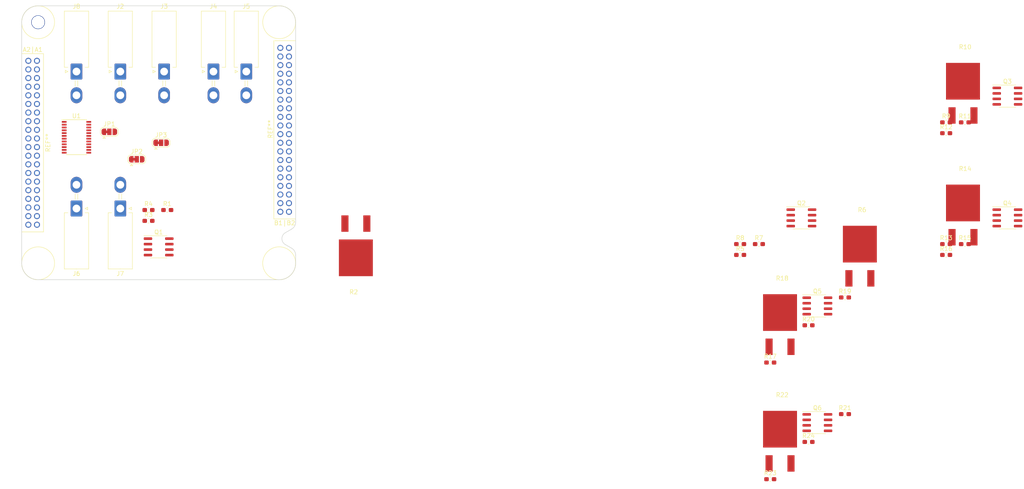
<source format=kicad_pcb>
(kicad_pcb (version 20171130) (host pcbnew 5.1.6-c6e7f7d~86~ubuntu18.04.1)

  (general
    (thickness 1.6)
    (drawings 0)
    (tracks 0)
    (zones 0)
    (modules 42)
    (nets 91)
  )

  (page A4)
  (layers
    (0 F.Cu signal)
    (31 B.Cu signal)
    (32 B.Adhes user)
    (33 F.Adhes user)
    (34 B.Paste user)
    (35 F.Paste user)
    (36 B.SilkS user)
    (37 F.SilkS user)
    (38 B.Mask user)
    (39 F.Mask user)
    (40 Dwgs.User user)
    (41 Cmts.User user)
    (42 Eco1.User user)
    (43 Eco2.User user)
    (44 Edge.Cuts user)
    (45 Margin user)
    (46 B.CrtYd user)
    (47 F.CrtYd user)
    (48 B.Fab user)
    (49 F.Fab user)
  )

  (setup
    (last_trace_width 0.25)
    (trace_clearance 0.2)
    (zone_clearance 0.508)
    (zone_45_only no)
    (trace_min 0.2)
    (via_size 0.8)
    (via_drill 0.4)
    (via_min_size 0.4)
    (via_min_drill 0.3)
    (uvia_size 0.3)
    (uvia_drill 0.1)
    (uvias_allowed no)
    (uvia_min_size 0.2)
    (uvia_min_drill 0.1)
    (edge_width 0.05)
    (segment_width 0.2)
    (pcb_text_width 0.3)
    (pcb_text_size 1.5 1.5)
    (mod_edge_width 0.12)
    (mod_text_size 1 1)
    (mod_text_width 0.15)
    (pad_size 1.524 1.524)
    (pad_drill 0.762)
    (pad_to_mask_clearance 0.051)
    (solder_mask_min_width 0.25)
    (aux_axis_origin 0 0)
    (visible_elements FFFFFF7F)
    (pcbplotparams
      (layerselection 0x010fc_ffffffff)
      (usegerberextensions false)
      (usegerberattributes false)
      (usegerberadvancedattributes false)
      (creategerberjobfile false)
      (excludeedgelayer true)
      (linewidth 0.100000)
      (plotframeref false)
      (viasonmask false)
      (mode 1)
      (useauxorigin false)
      (hpglpennumber 1)
      (hpglpenspeed 20)
      (hpglpendiameter 15.000000)
      (psnegative false)
      (psa4output false)
      (plotreference true)
      (plotvalue true)
      (plotinvisibletext false)
      (padsonsilk false)
      (subtractmaskfromsilk false)
      (outputformat 1)
      (mirror false)
      (drillshape 1)
      (scaleselection 1)
      (outputdirectory ""))
  )

  (net 0 "")
  (net 1 "Net-(J1-PadB18)")
  (net 2 "Net-(J1-PadB31)")
  (net 3 "Net-(J1-PadB35)")
  (net 4 "Net-(J1-PadB20)")
  (net 5 "Net-(J1-PadB39)")
  (net 6 "Net-(J1-PadB15)")
  (net 7 "Net-(J1-PadB23)")
  (net 8 "Net-(J1-PadB27)")
  (net 9 "Net-(J1-PadB22)")
  (net 10 "Net-(J1-PadB32)")
  (net 11 "Net-(J1-PadB33)")
  (net 12 "Net-(J1-PadB24)")
  (net 13 "Net-(J1-PadB34)")
  (net 14 "Net-(J1-PadB25)")
  (net 15 "Net-(J1-PadB16)")
  (net 16 "Net-(J1-PadB26)")
  (net 17 "Net-(J1-PadB19)")
  (net 18 "Net-(J1-PadB29)")
  (net 19 "Net-(J1-PadB37)")
  (net 20 "Net-(J1-PadB30)")
  (net 21 "Net-(J1-PadB36)")
  (net 22 "Net-(J1-PadB38)")
  (net 23 "Net-(J1-PadB17)")
  (net 24 "Net-(J1-PadB21)")
  (net 25 "Net-(J1-PadB40)")
  (net 26 "Net-(J1-PadB28)")
  (net 27 "Net-(J2-Pad2)")
  (net 28 +BATT)
  (net 29 "Net-(Q1-Pad4)")
  (net 30 GND)
  (net 31 +3V3)
  (net 32 "Net-(U1-Pad20)")
  (net 33 "Net-(U1-Pad19)")
  (net 34 "Net-(U1-Pad18)")
  (net 35 "Net-(U1-Pad17)")
  (net 36 "Net-(U1-Pad1)")
  (net 37 "Net-(J3-Pad2)")
  (net 38 "Net-(J4-Pad2)")
  (net 39 "Net-(J5-Pad2)")
  (net 40 "Net-(J6-Pad2)")
  (net 41 "Net-(Q2-Pad4)")
  (net 42 "Net-(Q3-Pad4)")
  (net 43 "Net-(Q4-Pad4)")
  (net 44 "Net-(Q5-Pad4)")
  (net 45 "Net-(J7-Pad2)")
  (net 46 "Net-(Q6-Pad4)")
  (net 47 +5V)
  (net 48 /CAS_bus/SPIHS_SCK)
  (net 49 /CAS_bus/SPIHS_MISO)
  (net 50 /CAS_bus/SPIHS_nSS2)
  (net 51 /CAS_bus/SPIHS_nSS1)
  (net 52 /CAS_bus/SPIHS_MOSI)
  (net 53 /CAS_bus/I2C1_SDA)
  (net 54 /CAS_bus/INT1)
  (net 55 /CAS_bus/SPI0_MOSI)
  (net 56 /CAS_bus/INT6)
  (net 57 /CAS_bus/INT8)
  (net 58 /CAS_bus/INT4)
  (net 59 /CAS_bus/I2C0_SDA)
  (net 60 /CAS_bus/INT2)
  (net 61 /CAS_bus/SPI0_SCK)
  (net 62 /CAS_bus/SPI0_MISO)
  (net 63 /CAS_bus/SPI0_nSS2)
  (net 64 /CAS_bus/SPI0_nSS7)
  (net 65 /CAS_bus/SPI0_nSS3)
  (net 66 /CAS_bus/SPI0_nSS8)
  (net 67 /CAS_bus/I2C0_SCL)
  (net 68 /CAS_bus/INT3)
  (net 69 /CAS_bus/SPI0_nSS4)
  (net 70 /CAS_bus/INT7)
  (net 71 /CAS_bus/SPI0_nSS6)
  (net 72 /CAS_bus/I2C1_SCL)
  (net 73 /CAS_bus/INT5)
  (net 74 /CAS_bus/SPI0_nSS1)
  (net 75 /CAS_bus/SPI0_nSS5)
  (net 76 A0)
  (net 77 A1)
  (net 78 A2)
  (net 79 ~contA~)
  (net 80 igniteA)
  (net 81 ~contB~)
  (net 82 igniteB)
  (net 83 ~contC~)
  (net 84 igniteC)
  (net 85 ~contD~)
  (net 86 igniteD)
  (net 87 ~contE~)
  (net 88 igniteE)
  (net 89 ~contF~)
  (net 90 igniteF)

  (net_class Default "This is the default net class."
    (clearance 0.2)
    (trace_width 0.25)
    (via_dia 0.8)
    (via_drill 0.4)
    (uvia_dia 0.3)
    (uvia_drill 0.1)
    (add_net +3V3)
    (add_net +5V)
    (add_net +BATT)
    (add_net /CAS_bus/I2C0_SCL)
    (add_net /CAS_bus/I2C0_SDA)
    (add_net /CAS_bus/I2C1_SCL)
    (add_net /CAS_bus/I2C1_SDA)
    (add_net /CAS_bus/INT1)
    (add_net /CAS_bus/INT2)
    (add_net /CAS_bus/INT3)
    (add_net /CAS_bus/INT4)
    (add_net /CAS_bus/INT5)
    (add_net /CAS_bus/INT6)
    (add_net /CAS_bus/INT7)
    (add_net /CAS_bus/INT8)
    (add_net /CAS_bus/SPI0_MISO)
    (add_net /CAS_bus/SPI0_MOSI)
    (add_net /CAS_bus/SPI0_SCK)
    (add_net /CAS_bus/SPI0_nSS1)
    (add_net /CAS_bus/SPI0_nSS2)
    (add_net /CAS_bus/SPI0_nSS3)
    (add_net /CAS_bus/SPI0_nSS4)
    (add_net /CAS_bus/SPI0_nSS5)
    (add_net /CAS_bus/SPI0_nSS6)
    (add_net /CAS_bus/SPI0_nSS7)
    (add_net /CAS_bus/SPI0_nSS8)
    (add_net /CAS_bus/SPIHS_MISO)
    (add_net /CAS_bus/SPIHS_MOSI)
    (add_net /CAS_bus/SPIHS_SCK)
    (add_net /CAS_bus/SPIHS_nSS1)
    (add_net /CAS_bus/SPIHS_nSS2)
    (add_net A0)
    (add_net A1)
    (add_net A2)
    (add_net GND)
    (add_net "Net-(J1-PadB15)")
    (add_net "Net-(J1-PadB16)")
    (add_net "Net-(J1-PadB17)")
    (add_net "Net-(J1-PadB18)")
    (add_net "Net-(J1-PadB19)")
    (add_net "Net-(J1-PadB20)")
    (add_net "Net-(J1-PadB21)")
    (add_net "Net-(J1-PadB22)")
    (add_net "Net-(J1-PadB23)")
    (add_net "Net-(J1-PadB24)")
    (add_net "Net-(J1-PadB25)")
    (add_net "Net-(J1-PadB26)")
    (add_net "Net-(J1-PadB27)")
    (add_net "Net-(J1-PadB28)")
    (add_net "Net-(J1-PadB29)")
    (add_net "Net-(J1-PadB30)")
    (add_net "Net-(J1-PadB31)")
    (add_net "Net-(J1-PadB32)")
    (add_net "Net-(J1-PadB33)")
    (add_net "Net-(J1-PadB34)")
    (add_net "Net-(J1-PadB35)")
    (add_net "Net-(J1-PadB36)")
    (add_net "Net-(J1-PadB37)")
    (add_net "Net-(J1-PadB38)")
    (add_net "Net-(J1-PadB39)")
    (add_net "Net-(J1-PadB40)")
    (add_net "Net-(J2-Pad2)")
    (add_net "Net-(J3-Pad2)")
    (add_net "Net-(J4-Pad2)")
    (add_net "Net-(J5-Pad2)")
    (add_net "Net-(J6-Pad2)")
    (add_net "Net-(J7-Pad2)")
    (add_net "Net-(Q1-Pad4)")
    (add_net "Net-(Q2-Pad4)")
    (add_net "Net-(Q3-Pad4)")
    (add_net "Net-(Q4-Pad4)")
    (add_net "Net-(Q5-Pad4)")
    (add_net "Net-(Q6-Pad4)")
    (add_net "Net-(U1-Pad1)")
    (add_net "Net-(U1-Pad17)")
    (add_net "Net-(U1-Pad18)")
    (add_net "Net-(U1-Pad19)")
    (add_net "Net-(U1-Pad20)")
    (add_net igniteA)
    (add_net igniteB)
    (add_net igniteC)
    (add_net igniteD)
    (add_net igniteE)
    (add_net igniteF)
    (add_net ~contA~)
    (add_net ~contB~)
    (add_net ~contC~)
    (add_net ~contD~)
    (add_net ~contE~)
    (add_net ~contF~)
  )

  (module Connector_Molex:Molex_Mini-Fit_Jr_5569-02A2_2x01_P4.20mm_Horizontal (layer F.Cu) (tedit 5B7818E8) (tstamp 5ED305F4)
    (at 60.96 72.39)
    (descr "Molex Mini-Fit Jr. Power Connectors, old mpn/engineering number: 5569-02A2, example for new mpn: 39-30-0020, 1 Pins per row, Mounting: Snap-in Plastic Peg PCB Lock (http://www.molex.com/pdm_docs/sd/039300020_sd.pdf), generated with kicad-footprint-generator")
    (tags "connector Molex Mini-Fit_Jr top entryplastic_peg")
    (path /5ED34396)
    (fp_text reference J8 (at 0 -15.1) (layer F.SilkS)
      (effects (font (size 1 1) (thickness 0.15)))
    )
    (fp_text value Conn_01x02 (at 0 8.55) (layer F.Fab)
      (effects (font (size 1 1) (thickness 0.15)))
    )
    (fp_text user %R (at 0 -13.2) (layer F.Fab)
      (effects (font (size 1 1) (thickness 0.15)))
    )
    (fp_line (start -2.7 -13.9) (end -2.7 -1.1) (layer F.Fab) (width 0.1))
    (fp_line (start -2.7 -1.1) (end 2.7 -1.1) (layer F.Fab) (width 0.1))
    (fp_line (start 2.7 -1.1) (end 2.7 -13.9) (layer F.Fab) (width 0.1))
    (fp_line (start 2.7 -13.9) (end -2.7 -13.9) (layer F.Fab) (width 0.1))
    (fp_line (start -2 -0.99) (end -2.81 -0.99) (layer F.SilkS) (width 0.12))
    (fp_line (start -2.81 -0.99) (end -2.81 -14.01) (layer F.SilkS) (width 0.12))
    (fp_line (start -2.81 -14.01) (end 0 -14.01) (layer F.SilkS) (width 0.12))
    (fp_line (start 2 -0.99) (end 2.81 -0.99) (layer F.SilkS) (width 0.12))
    (fp_line (start 2.81 -0.99) (end 2.81 -14.01) (layer F.SilkS) (width 0.12))
    (fp_line (start 2.81 -14.01) (end 0 -14.01) (layer F.SilkS) (width 0.12))
    (fp_line (start -0.3 2.11) (end -0.3 3.39) (layer F.SilkS) (width 0.12))
    (fp_line (start 0.3 2.11) (end 0.3 3.39) (layer F.SilkS) (width 0.12))
    (fp_line (start -2 0) (end -2.6 0.3) (layer F.SilkS) (width 0.12))
    (fp_line (start -2.6 0.3) (end -2.6 -0.3) (layer F.SilkS) (width 0.12))
    (fp_line (start -2.6 -0.3) (end -2 0) (layer F.SilkS) (width 0.12))
    (fp_line (start -1 -1.1) (end 0 -2.514214) (layer F.Fab) (width 0.1))
    (fp_line (start 0 -2.514214) (end 1 -1.1) (layer F.Fab) (width 0.1))
    (fp_line (start -3.2 -14.4) (end -3.2 7.85) (layer F.CrtYd) (width 0.05))
    (fp_line (start -3.2 7.85) (end 3.2 7.85) (layer F.CrtYd) (width 0.05))
    (fp_line (start 3.2 7.85) (end 3.2 -14.4) (layer F.CrtYd) (width 0.05))
    (fp_line (start 3.2 -14.4) (end -3.2 -14.4) (layer F.CrtYd) (width 0.05))
    (pad "" np_thru_hole circle (at 0 -7.3) (size 3 3) (drill 3) (layers *.Cu *.Mask))
    (pad 2 thru_hole oval (at 0 5.5) (size 2.7 3.7) (drill 1.8) (layers *.Cu *.Mask)
      (net 30 GND))
    (pad 1 thru_hole roundrect (at 0 0) (size 2.7 3.7) (drill 1.8) (layers *.Cu *.Mask) (roundrect_rratio 0.09259299999999999)
      (net 28 +BATT))
    (model ${KISYS3DMOD}/Connector_Molex.3dshapes/Molex_Mini-Fit_Jr_5569-02A2_2x01_P4.20mm_Horizontal.wrl
      (at (xyz 0 0 0))
      (scale (xyz 1 1 1))
      (rotate (xyz 0 0 0))
    )
  )

  (module Jumper:SolderJumper-3_P1.3mm_Bridged12_RoundedPad1.0x1.5mm (layer F.Cu) (tedit 5C745321) (tstamp 5ED36659)
    (at 80.58 88.9)
    (descr "SMD Solder 3-pad Jumper, 1x1.5mm rounded Pads, 0.3mm gap, pads 1-2 bridged with 1 copper strip")
    (tags "solder jumper open")
    (path /5ED6038D)
    (attr virtual)
    (fp_text reference JP3 (at 0 -1.8) (layer F.SilkS)
      (effects (font (size 1 1) (thickness 0.15)))
    )
    (fp_text value SolderJumper_3_Bridged12 (at 0 1.9) (layer F.Fab)
      (effects (font (size 1 1) (thickness 0.15)))
    )
    (fp_poly (pts (xy -0.9 -0.3) (xy -0.4 -0.3) (xy -0.4 0.3) (xy -0.9 0.3)) (layer F.Cu) (width 0))
    (fp_line (start 2.3 1.25) (end -2.3 1.25) (layer F.CrtYd) (width 0.05))
    (fp_line (start 2.3 1.25) (end 2.3 -1.25) (layer F.CrtYd) (width 0.05))
    (fp_line (start -2.3 -1.25) (end -2.3 1.25) (layer F.CrtYd) (width 0.05))
    (fp_line (start -2.3 -1.25) (end 2.3 -1.25) (layer F.CrtYd) (width 0.05))
    (fp_line (start -1.4 -1) (end 1.4 -1) (layer F.SilkS) (width 0.12))
    (fp_line (start 2.05 -0.3) (end 2.05 0.3) (layer F.SilkS) (width 0.12))
    (fp_line (start 1.4 1) (end -1.4 1) (layer F.SilkS) (width 0.12))
    (fp_line (start -2.05 0.3) (end -2.05 -0.3) (layer F.SilkS) (width 0.12))
    (fp_line (start -1.2 1.2) (end -1.5 1.5) (layer F.SilkS) (width 0.12))
    (fp_line (start -1.5 1.5) (end -0.9 1.5) (layer F.SilkS) (width 0.12))
    (fp_line (start -1.2 1.2) (end -0.9 1.5) (layer F.SilkS) (width 0.12))
    (fp_arc (start -1.35 -0.3) (end -1.35 -1) (angle -90) (layer F.SilkS) (width 0.12))
    (fp_arc (start -1.35 0.3) (end -2.05 0.3) (angle -90) (layer F.SilkS) (width 0.12))
    (fp_arc (start 1.35 0.3) (end 1.35 1) (angle -90) (layer F.SilkS) (width 0.12))
    (fp_arc (start 1.35 -0.3) (end 2.05 -0.3) (angle -90) (layer F.SilkS) (width 0.12))
    (pad 1 smd custom (at -1.3 0) (size 1 0.5) (layers F.Cu F.Mask)
      (net 30 GND) (zone_connect 2)
      (options (clearance outline) (anchor rect))
      (primitives
        (gr_circle (center 0 0.25) (end 0.5 0.25) (width 0))
        (gr_circle (center 0 -0.25) (end 0.5 -0.25) (width 0))
        (gr_poly (pts
           (xy 0.55 -0.75) (xy 0 -0.75) (xy 0 0.75) (xy 0.55 0.75)) (width 0))
      ))
    (pad 2 smd rect (at 0 0) (size 1 1.5) (layers F.Cu F.Mask)
      (net 78 A2))
    (pad 3 smd custom (at 1.3 0) (size 1 0.5) (layers F.Cu F.Mask)
      (net 31 +3V3) (zone_connect 2)
      (options (clearance outline) (anchor rect))
      (primitives
        (gr_circle (center 0 0.25) (end 0.5 0.25) (width 0))
        (gr_circle (center 0 -0.25) (end 0.5 -0.25) (width 0))
        (gr_poly (pts
           (xy -0.55 -0.75) (xy 0 -0.75) (xy 0 0.75) (xy -0.55 0.75)) (width 0))
      ))
  )

  (module Jumper:SolderJumper-3_P1.3mm_Bridged12_RoundedPad1.0x1.5mm (layer F.Cu) (tedit 5C745321) (tstamp 5ED36642)
    (at 74.93 92.73)
    (descr "SMD Solder 3-pad Jumper, 1x1.5mm rounded Pads, 0.3mm gap, pads 1-2 bridged with 1 copper strip")
    (tags "solder jumper open")
    (path /5ED672FE)
    (attr virtual)
    (fp_text reference JP2 (at 0 -1.8) (layer F.SilkS)
      (effects (font (size 1 1) (thickness 0.15)))
    )
    (fp_text value SolderJumper_3_Bridged12 (at 0 1.9) (layer F.Fab)
      (effects (font (size 1 1) (thickness 0.15)))
    )
    (fp_poly (pts (xy -0.9 -0.3) (xy -0.4 -0.3) (xy -0.4 0.3) (xy -0.9 0.3)) (layer F.Cu) (width 0))
    (fp_line (start 2.3 1.25) (end -2.3 1.25) (layer F.CrtYd) (width 0.05))
    (fp_line (start 2.3 1.25) (end 2.3 -1.25) (layer F.CrtYd) (width 0.05))
    (fp_line (start -2.3 -1.25) (end -2.3 1.25) (layer F.CrtYd) (width 0.05))
    (fp_line (start -2.3 -1.25) (end 2.3 -1.25) (layer F.CrtYd) (width 0.05))
    (fp_line (start -1.4 -1) (end 1.4 -1) (layer F.SilkS) (width 0.12))
    (fp_line (start 2.05 -0.3) (end 2.05 0.3) (layer F.SilkS) (width 0.12))
    (fp_line (start 1.4 1) (end -1.4 1) (layer F.SilkS) (width 0.12))
    (fp_line (start -2.05 0.3) (end -2.05 -0.3) (layer F.SilkS) (width 0.12))
    (fp_line (start -1.2 1.2) (end -1.5 1.5) (layer F.SilkS) (width 0.12))
    (fp_line (start -1.5 1.5) (end -0.9 1.5) (layer F.SilkS) (width 0.12))
    (fp_line (start -1.2 1.2) (end -0.9 1.5) (layer F.SilkS) (width 0.12))
    (fp_arc (start -1.35 -0.3) (end -1.35 -1) (angle -90) (layer F.SilkS) (width 0.12))
    (fp_arc (start -1.35 0.3) (end -2.05 0.3) (angle -90) (layer F.SilkS) (width 0.12))
    (fp_arc (start 1.35 0.3) (end 1.35 1) (angle -90) (layer F.SilkS) (width 0.12))
    (fp_arc (start 1.35 -0.3) (end 2.05 -0.3) (angle -90) (layer F.SilkS) (width 0.12))
    (pad 1 smd custom (at -1.3 0) (size 1 0.5) (layers F.Cu F.Mask)
      (net 30 GND) (zone_connect 2)
      (options (clearance outline) (anchor rect))
      (primitives
        (gr_circle (center 0 0.25) (end 0.5 0.25) (width 0))
        (gr_circle (center 0 -0.25) (end 0.5 -0.25) (width 0))
        (gr_poly (pts
           (xy 0.55 -0.75) (xy 0 -0.75) (xy 0 0.75) (xy 0.55 0.75)) (width 0))
      ))
    (pad 2 smd rect (at 0 0) (size 1 1.5) (layers F.Cu F.Mask)
      (net 77 A1))
    (pad 3 smd custom (at 1.3 0) (size 1 0.5) (layers F.Cu F.Mask)
      (net 31 +3V3) (zone_connect 2)
      (options (clearance outline) (anchor rect))
      (primitives
        (gr_circle (center 0 0.25) (end 0.5 0.25) (width 0))
        (gr_circle (center 0 -0.25) (end 0.5 -0.25) (width 0))
        (gr_poly (pts
           (xy -0.55 -0.75) (xy 0 -0.75) (xy 0 0.75) (xy -0.55 0.75)) (width 0))
      ))
  )

  (module Jumper:SolderJumper-3_P1.3mm_Bridged12_RoundedPad1.0x1.5mm (layer F.Cu) (tedit 5C745321) (tstamp 5ED3662B)
    (at 68.58 86.36)
    (descr "SMD Solder 3-pad Jumper, 1x1.5mm rounded Pads, 0.3mm gap, pads 1-2 bridged with 1 copper strip")
    (tags "solder jumper open")
    (path /5ED68598)
    (attr virtual)
    (fp_text reference JP1 (at 0 -1.8) (layer F.SilkS)
      (effects (font (size 1 1) (thickness 0.15)))
    )
    (fp_text value SolderJumper_3_Bridged12 (at 0 1.9) (layer F.Fab)
      (effects (font (size 1 1) (thickness 0.15)))
    )
    (fp_poly (pts (xy -0.9 -0.3) (xy -0.4 -0.3) (xy -0.4 0.3) (xy -0.9 0.3)) (layer F.Cu) (width 0))
    (fp_line (start 2.3 1.25) (end -2.3 1.25) (layer F.CrtYd) (width 0.05))
    (fp_line (start 2.3 1.25) (end 2.3 -1.25) (layer F.CrtYd) (width 0.05))
    (fp_line (start -2.3 -1.25) (end -2.3 1.25) (layer F.CrtYd) (width 0.05))
    (fp_line (start -2.3 -1.25) (end 2.3 -1.25) (layer F.CrtYd) (width 0.05))
    (fp_line (start -1.4 -1) (end 1.4 -1) (layer F.SilkS) (width 0.12))
    (fp_line (start 2.05 -0.3) (end 2.05 0.3) (layer F.SilkS) (width 0.12))
    (fp_line (start 1.4 1) (end -1.4 1) (layer F.SilkS) (width 0.12))
    (fp_line (start -2.05 0.3) (end -2.05 -0.3) (layer F.SilkS) (width 0.12))
    (fp_line (start -1.2 1.2) (end -1.5 1.5) (layer F.SilkS) (width 0.12))
    (fp_line (start -1.5 1.5) (end -0.9 1.5) (layer F.SilkS) (width 0.12))
    (fp_line (start -1.2 1.2) (end -0.9 1.5) (layer F.SilkS) (width 0.12))
    (fp_arc (start -1.35 -0.3) (end -1.35 -1) (angle -90) (layer F.SilkS) (width 0.12))
    (fp_arc (start -1.35 0.3) (end -2.05 0.3) (angle -90) (layer F.SilkS) (width 0.12))
    (fp_arc (start 1.35 0.3) (end 1.35 1) (angle -90) (layer F.SilkS) (width 0.12))
    (fp_arc (start 1.35 -0.3) (end 2.05 -0.3) (angle -90) (layer F.SilkS) (width 0.12))
    (pad 1 smd custom (at -1.3 0) (size 1 0.5) (layers F.Cu F.Mask)
      (net 30 GND) (zone_connect 2)
      (options (clearance outline) (anchor rect))
      (primitives
        (gr_circle (center 0 0.25) (end 0.5 0.25) (width 0))
        (gr_circle (center 0 -0.25) (end 0.5 -0.25) (width 0))
        (gr_poly (pts
           (xy 0.55 -0.75) (xy 0 -0.75) (xy 0 0.75) (xy 0.55 0.75)) (width 0))
      ))
    (pad 2 smd rect (at 0 0) (size 1 1.5) (layers F.Cu F.Mask)
      (net 76 A0))
    (pad 3 smd custom (at 1.3 0) (size 1 0.5) (layers F.Cu F.Mask)
      (net 31 +3V3) (zone_connect 2)
      (options (clearance outline) (anchor rect))
      (primitives
        (gr_circle (center 0 0.25) (end 0.5 0.25) (width 0))
        (gr_circle (center 0 -0.25) (end 0.5 -0.25) (width 0))
        (gr_poly (pts
           (xy -0.55 -0.75) (xy 0 -0.75) (xy 0 0.75) (xy -0.55 0.75)) (width 0))
      ))
  )

  (module star-common-lib:CAS_physical (layer F.Cu) (tedit 5EA2A35C) (tstamp 5ED34F78)
    (at 48.26 57.15)
    (path /5ED2D9A2/5EAEC344)
    (fp_text reference J1 (at 0 0.5) (layer F.SilkS) hide
      (effects (font (size 1 1) (thickness 0.15)))
    )
    (fp_text value CAS_stacking (at 0 -0.5) (layer F.Fab)
      (effects (font (size 1 1) (thickness 0.15)))
    )
    (fp_line (start 3.81 0) (end 59.69 0) (layer Edge.Cuts) (width 0.12))
    (fp_line (start 63.5 3.81) (end 63.5 50.165) (layer Edge.Cuts) (width 0.12))
    (fp_line (start 59.69 63.5) (end 3.81 63.5) (layer Edge.Cuts) (width 0.12))
    (fp_line (start 0 59.69) (end 0 3.81) (layer Edge.Cuts) (width 0.12))
    (fp_line (start 5.0483 11.0934) (end 5.0483 52.4066) (layer F.SilkS) (width 0.127))
    (fp_line (start 0 11.0934) (end 5.0483 11.0934) (layer F.SilkS) (width 0.127))
    (fp_line (start 0.5397 51.8986) (end 0.5397 11.6014) (layer F.Fab) (width 0.127))
    (fp_line (start 4.5403 51.8986) (end 0.5397 51.8986) (layer F.Fab) (width 0.127))
    (fp_line (start 4.5403 11.6014) (end 4.5403 51.8986) (layer F.Fab) (width 0.127))
    (fp_line (start 0.5397 11.6014) (end 4.5403 11.6014) (layer F.Fab) (width 0.127))
    (fp_line (start 5.0483 52.4066) (end 0 52.4066) (layer F.SilkS) (width 0.127))
    (fp_line (start 58.4517 49.4066) (end 58.4517 8.0934) (layer F.SilkS) (width 0.127))
    (fp_line (start 63.4683 49.4066) (end 58.4517 49.4066) (layer F.SilkS) (width 0.127))
    (fp_line (start 62.9603 8.6014) (end 62.9603 48.8986) (layer F.Fab) (width 0.127))
    (fp_line (start 58.9597 8.6014) (end 62.9603 8.6014) (layer F.Fab) (width 0.127))
    (fp_line (start 58.9597 48.8986) (end 58.9597 8.6014) (layer F.Fab) (width 0.127))
    (fp_line (start 62.9603 48.8986) (end 58.9597 48.8986) (layer F.Fab) (width 0.127))
    (fp_line (start 58.4517 8.0934) (end 63.4683 8.0934) (layer F.SilkS) (width 0.127))
    (fp_circle (center 3.81 3.81) (end 7.62 3.81) (layer Dwgs.User) (width 0.12))
    (fp_circle (center 3.81 59.69) (end 7.62 59.69) (layer Dwgs.User) (width 0.12))
    (fp_circle (center 59.69 59.69) (end 63.5 59.69) (layer Dwgs.User) (width 0.12))
    (fp_circle (center 59.69 3.81) (end 63.5 3.81) (layer Dwgs.User) (width 0.12))
    (fp_circle (center 3.81 3.81) (end 7.62 3.81) (layer F.SilkS) (width 0.12))
    (fp_circle (center 59.69 3.81) (end 59.69 0) (layer F.SilkS) (width 0.12))
    (fp_circle (center 59.69 59.69) (end 59.944 55.88) (layer F.SilkS) (width 0.12))
    (fp_circle (center 3.81 59.69) (end 3.81 55.88) (layer F.SilkS) (width 0.12))
    (fp_line (start 63.5 57.785) (end 63.5 59.69) (layer Edge.Cuts) (width 0.12))
    (fp_line (start 61.118751 52.600185) (end 62.581694 51.755555) (layer Edge.Cuts) (width 0.12))
    (fp_line (start 61.11875 55.349816) (end 62.581693 56.194446) (layer Edge.Cuts) (width 0.12))
    (fp_arc (start 61.9125 53.975) (end 61.118751 52.600185) (angle -120) (layer Edge.Cuts) (width 0.12))
    (fp_arc (start 61.663387 57.785) (end 63.5 57.785) (angle -60) (layer Edge.Cuts) (width 0.12))
    (fp_arc (start 61.663386 50.165) (end 62.581693 51.755554) (angle -60) (layer Edge.Cuts) (width 0.12))
    (fp_text user B1|B2 (at 60.96 50.34) (layer F.SilkS)
      (effects (font (size 1 1) (thickness 0.15)))
    )
    (fp_text user A2|A1 (at 2.54 10.16) (layer F.SilkS)
      (effects (font (size 1 1) (thickness 0.15)))
    )
    (fp_arc (start 3.81 59.69) (end 0 59.69) (angle -90) (layer Edge.Cuts) (width 0.12))
    (fp_arc (start 59.69 59.69) (end 59.69 63.5) (angle -90) (layer Edge.Cuts) (width 0.12))
    (fp_arc (start 59.69 3.81) (end 63.5 3.81) (angle -90) (layer Edge.Cuts) (width 0.12))
    (fp_arc (start 3.81 3.81) (end 3.81 0) (angle -90) (layer Edge.Cuts) (width 0.12))
    (fp_text user REF** (at 57.658 28.575 270) (layer F.SilkS)
      (effects (font (size 1 1) (thickness 0.15)))
    )
    (fp_text user ESQT-120-XX-XX-D (at 57.277 35.767 270) (layer F.Fab)
      (effects (font (size 1 1) (thickness 0.015)))
    )
    (fp_text user REF** (at 6.096 31.75 90) (layer F.SilkS)
      (effects (font (size 1 1) (thickness 0.15)))
    )
    (fp_text user ESQT-120-XX-XX-D (at 6.223 24.558 90) (layer F.Fab)
      (effects (font (size 1 1) (thickness 0.015)))
    )
    (pad "" np_thru_hole circle (at 59.69 3.81) (size 3.175 3.175) (drill 3.175) (layers *.Cu *.Mask))
    (pad "" np_thru_hole circle (at 59.69 59.69) (size 3.175 3.175) (drill 3.175) (layers *.Cu *.Mask))
    (pad "" np_thru_hole circle (at 3.81 59.69) (size 3.175 3.175) (drill 3.175) (layers *.Cu *.Mask))
    (pad "" np_thru_hole circle (at 3.81 3.81) (size 3.175 3.175) (drill 2.9464) (layers *.Cu *.Mask))
    (pad B8 thru_hole circle (at 61.96 41.75 270) (size 1.397 1.397) (drill 0.9144) (layers *.Cu *.Mask)
      (net 30 GND))
    (pad B18 thru_hole circle (at 61.96 31.75 270) (size 1.397 1.397) (drill 0.9144) (layers *.Cu *.Mask)
      (net 1 "Net-(J1-PadB18)"))
    (pad B1 thru_hole circle (at 59.96 47.75 270) (size 1.397 1.397) (drill 0.9144) (layers *.Cu *.Mask)
      (net 48 /CAS_bus/SPIHS_SCK))
    (pad B31 thru_hole circle (at 59.96 17.75 270) (size 1.397 1.397) (drill 0.9144) (layers *.Cu *.Mask)
      (net 2 "Net-(J1-PadB31)"))
    (pad B6 thru_hole circle (at 61.96 43.75 270) (size 1.397 1.397) (drill 0.9144) (layers *.Cu *.Mask)
      (net 49 /CAS_bus/SPIHS_MISO))
    (pad B3 thru_hole circle (at 59.96 45.75 270) (size 1.397 1.397) (drill 0.9144) (layers *.Cu *.Mask)
      (net 30 GND))
    (pad B12 thru_hole circle (at 61.96 37.75 270) (size 1.397 1.397) (drill 0.9144) (layers *.Cu *.Mask)
      (net 30 GND))
    (pad B35 thru_hole circle (at 59.96 13.7501 270) (size 1.397 1.397) (drill 0.9144) (layers *.Cu *.Mask)
      (net 3 "Net-(J1-PadB35)"))
    (pad B4 thru_hole circle (at 61.96 45.75 270) (size 1.397 1.397) (drill 0.9144) (layers *.Cu *.Mask)
      (net 30 GND))
    (pad B20 thru_hole circle (at 61.96 29.75 270) (size 1.397 1.397) (drill 0.9144) (layers *.Cu *.Mask)
      (net 4 "Net-(J1-PadB20)"))
    (pad B7 thru_hole circle (at 59.96 41.75 270) (size 1.397 1.397) (drill 0.9144) (layers *.Cu *.Mask)
      (net 30 GND))
    (pad B10 thru_hole circle (at 61.96 39.75 270) (size 1.397 1.397) (drill 0.9144) (layers *.Cu *.Mask)
      (net 30 GND))
    (pad B39 thru_hole circle (at 59.96 9.7501 270) (size 1.397 1.397) (drill 0.9144) (layers *.Cu *.Mask)
      (net 5 "Net-(J1-PadB39)"))
    (pad B14 thru_hole circle (at 61.96 35.75 270) (size 1.397 1.397) (drill 0.9144) (layers *.Cu *.Mask)
      (net 50 /CAS_bus/SPIHS_nSS2))
    (pad B15 thru_hole circle (at 59.96 33.75 270) (size 1.397 1.397) (drill 0.9144) (layers *.Cu *.Mask)
      (net 6 "Net-(J1-PadB15)"))
    (pad B2 thru_hole circle (at 61.96 47.75 270) (size 1.397 1.397) (drill 0.9144) (layers *.Cu *.Mask)
      (net 30 GND))
    (pad B23 thru_hole circle (at 59.96 25.75 270) (size 1.397 1.397) (drill 0.9144) (layers *.Cu *.Mask)
      (net 7 "Net-(J1-PadB23)"))
    (pad B27 thru_hole circle (at 59.96 21.75 270) (size 1.397 1.397) (drill 0.9144) (layers *.Cu *.Mask)
      (net 8 "Net-(J1-PadB27)"))
    (pad B22 thru_hole circle (at 61.96 27.75 270) (size 1.397 1.397) (drill 0.9144) (layers *.Cu *.Mask)
      (net 9 "Net-(J1-PadB22)"))
    (pad B32 thru_hole circle (at 61.96 17.75 270) (size 1.397 1.397) (drill 0.9144) (layers *.Cu *.Mask)
      (net 10 "Net-(J1-PadB32)"))
    (pad B33 thru_hole circle (at 59.96 15.7501 270) (size 1.397 1.397) (drill 0.9144) (layers *.Cu *.Mask)
      (net 11 "Net-(J1-PadB33)"))
    (pad B24 thru_hole circle (at 61.96 25.75 270) (size 1.397 1.397) (drill 0.9144) (layers *.Cu *.Mask)
      (net 12 "Net-(J1-PadB24)"))
    (pad B34 thru_hole circle (at 61.96 15.7501 270) (size 1.397 1.397) (drill 0.9144) (layers *.Cu *.Mask)
      (net 13 "Net-(J1-PadB34)"))
    (pad B25 thru_hole circle (at 59.96 23.75 270) (size 1.397 1.397) (drill 0.9144) (layers *.Cu *.Mask)
      (net 14 "Net-(J1-PadB25)"))
    (pad B13 thru_hole circle (at 59.96 35.75 270) (size 1.397 1.397) (drill 0.9144) (layers *.Cu *.Mask)
      (net 51 /CAS_bus/SPIHS_nSS1))
    (pad B9 thru_hole circle (at 59.96 39.75 270) (size 1.397 1.397) (drill 0.9144) (layers *.Cu *.Mask)
      (net 52 /CAS_bus/SPIHS_MOSI))
    (pad B16 thru_hole circle (at 61.96 33.75 270) (size 1.397 1.397) (drill 0.9144) (layers *.Cu *.Mask)
      (net 15 "Net-(J1-PadB16)"))
    (pad B26 thru_hole circle (at 61.96 23.75 270) (size 1.397 1.397) (drill 0.9144) (layers *.Cu *.Mask)
      (net 16 "Net-(J1-PadB26)"))
    (pad B19 thru_hole circle (at 59.96 29.75 270) (size 1.397 1.397) (drill 0.9144) (layers *.Cu *.Mask)
      (net 17 "Net-(J1-PadB19)"))
    (pad B29 thru_hole circle (at 59.96 19.75 270) (size 1.397 1.397) (drill 0.9144) (layers *.Cu *.Mask)
      (net 18 "Net-(J1-PadB29)"))
    (pad B37 thru_hole circle (at 59.96 11.7501 270) (size 1.397 1.397) (drill 0.9144) (layers *.Cu *.Mask)
      (net 19 "Net-(J1-PadB37)"))
    (pad B30 thru_hole circle (at 61.96 19.75 270) (size 1.397 1.397) (drill 0.9144) (layers *.Cu *.Mask)
      (net 20 "Net-(J1-PadB30)"))
    (pad B36 thru_hole circle (at 61.96 13.7501 270) (size 1.397 1.397) (drill 0.9144) (layers *.Cu *.Mask)
      (net 21 "Net-(J1-PadB36)"))
    (pad B38 thru_hole circle (at 61.96 11.7501 270) (size 1.397 1.397) (drill 0.9144) (layers *.Cu *.Mask)
      (net 22 "Net-(J1-PadB38)"))
    (pad B17 thru_hole circle (at 59.96 31.75 270) (size 1.397 1.397) (drill 0.9144) (layers *.Cu *.Mask)
      (net 23 "Net-(J1-PadB17)"))
    (pad B5 thru_hole circle (at 59.96 43.75 270) (size 1.397 1.397) (drill 0.9144) (layers *.Cu *.Mask)
      (net 30 GND))
    (pad B11 thru_hole circle (at 59.96 37.75 270) (size 1.397 1.397) (drill 0.9144) (layers *.Cu *.Mask)
      (net 30 GND))
    (pad B21 thru_hole circle (at 59.96 27.75 270) (size 1.397 1.397) (drill 0.9144) (layers *.Cu *.Mask)
      (net 24 "Net-(J1-PadB21)"))
    (pad B40 thru_hole circle (at 61.96 9.7501 270) (size 1.397 1.397) (drill 0.9144) (layers *.Cu *.Mask)
      (net 25 "Net-(J1-PadB40)"))
    (pad B28 thru_hole circle (at 61.96 21.75 270) (size 1.397 1.397) (drill 0.9144) (layers *.Cu *.Mask)
      (net 26 "Net-(J1-PadB28)"))
    (pad A8 thru_hole circle (at 1.54 18.75 90) (size 1.397 1.397) (drill 0.9144) (layers *.Cu *.Mask)
      (net 30 GND))
    (pad A18 thru_hole circle (at 1.54 28.75 90) (size 1.397 1.397) (drill 0.9144) (layers *.Cu *.Mask)
      (net 53 /CAS_bus/I2C1_SDA))
    (pad A1 thru_hole circle (at 3.54 12.75 90) (size 1.397 1.397) (drill 0.9144) (layers *.Cu *.Mask)
      (net 54 /CAS_bus/INT1))
    (pad A31 thru_hole circle (at 3.54 42.75 90) (size 1.397 1.397) (drill 0.9144) (layers *.Cu *.Mask)
      (net 55 /CAS_bus/SPI0_MOSI))
    (pad A6 thru_hole circle (at 1.54 16.75 90) (size 1.397 1.397) (drill 0.9144) (layers *.Cu *.Mask)
      (net 47 +5V))
    (pad A3 thru_hole circle (at 3.54 14.75 90) (size 1.397 1.397) (drill 0.9144) (layers *.Cu *.Mask)
      (net 30 GND))
    (pad A12 thru_hole circle (at 1.54 22.75 90) (size 1.397 1.397) (drill 0.9144) (layers *.Cu *.Mask)
      (net 56 /CAS_bus/INT6))
    (pad A35 thru_hole circle (at 3.54 46.7499 90) (size 1.397 1.397) (drill 0.9144) (layers *.Cu *.Mask)
      (net 31 +3V3))
    (pad A4 thru_hole circle (at 1.54 14.75 90) (size 1.397 1.397) (drill 0.9144) (layers *.Cu *.Mask)
      (net 30 GND))
    (pad A20 thru_hole circle (at 1.54 30.75 90) (size 1.397 1.397) (drill 0.9144) (layers *.Cu *.Mask)
      (net 57 /CAS_bus/INT8))
    (pad A7 thru_hole circle (at 3.54 18.75 90) (size 1.397 1.397) (drill 0.9144) (layers *.Cu *.Mask)
      (net 30 GND))
    (pad A10 thru_hole circle (at 1.54 20.75 90) (size 1.397 1.397) (drill 0.9144) (layers *.Cu *.Mask)
      (net 58 /CAS_bus/INT4))
    (pad A39 thru_hole circle (at 3.54 50.7499 90) (size 1.397 1.397) (drill 0.9144) (layers *.Cu *.Mask)
      (net 28 +BATT))
    (pad A14 thru_hole circle (at 1.54 24.75 90) (size 1.397 1.397) (drill 0.9144) (layers *.Cu *.Mask)
      (net 59 /CAS_bus/I2C0_SDA))
    (pad A15 thru_hole circle (at 3.54 26.75 90) (size 1.397 1.397) (drill 0.9144) (layers *.Cu *.Mask)
      (net 30 GND))
    (pad A2 thru_hole circle (at 1.54 12.75 90) (size 1.397 1.397) (drill 0.9144) (layers *.Cu *.Mask)
      (net 60 /CAS_bus/INT2))
    (pad A23 thru_hole circle (at 3.54 34.75 90) (size 1.397 1.397) (drill 0.9144) (layers *.Cu *.Mask)
      (net 61 /CAS_bus/SPI0_SCK))
    (pad A27 thru_hole circle (at 3.54 38.75 90) (size 1.397 1.397) (drill 0.9144) (layers *.Cu *.Mask)
      (net 62 /CAS_bus/SPI0_MISO))
    (pad A22 thru_hole circle (at 1.54 32.75 90) (size 1.397 1.397) (drill 0.9144) (layers *.Cu *.Mask)
      (net 63 /CAS_bus/SPI0_nSS2))
    (pad A32 thru_hole circle (at 1.54 42.75 90) (size 1.397 1.397) (drill 0.9144) (layers *.Cu *.Mask)
      (net 64 /CAS_bus/SPI0_nSS7))
    (pad A33 thru_hole circle (at 3.54 44.7499 90) (size 1.397 1.397) (drill 0.9144) (layers *.Cu *.Mask)
      (net 30 GND))
    (pad A24 thru_hole circle (at 1.54 34.75 90) (size 1.397 1.397) (drill 0.9144) (layers *.Cu *.Mask)
      (net 65 /CAS_bus/SPI0_nSS3))
    (pad A34 thru_hole circle (at 1.54 44.7499 90) (size 1.397 1.397) (drill 0.9144) (layers *.Cu *.Mask)
      (net 66 /CAS_bus/SPI0_nSS8))
    (pad A25 thru_hole circle (at 3.54 36.75 90) (size 1.397 1.397) (drill 0.9144) (layers *.Cu *.Mask)
      (net 30 GND))
    (pad A13 thru_hole circle (at 3.54 24.75 90) (size 1.397 1.397) (drill 0.9144) (layers *.Cu *.Mask)
      (net 67 /CAS_bus/I2C0_SCL))
    (pad A9 thru_hole circle (at 3.54 20.75 90) (size 1.397 1.397) (drill 0.9144) (layers *.Cu *.Mask)
      (net 68 /CAS_bus/INT3))
    (pad A16 thru_hole circle (at 1.54 26.75 90) (size 1.397 1.397) (drill 0.9144) (layers *.Cu *.Mask)
      (net 30 GND))
    (pad A26 thru_hole circle (at 1.54 36.75 90) (size 1.397 1.397) (drill 0.9144) (layers *.Cu *.Mask)
      (net 69 /CAS_bus/SPI0_nSS4))
    (pad A19 thru_hole circle (at 3.54 30.75 90) (size 1.397 1.397) (drill 0.9144) (layers *.Cu *.Mask)
      (net 70 /CAS_bus/INT7))
    (pad A29 thru_hole circle (at 3.54 40.75 90) (size 1.397 1.397) (drill 0.9144) (layers *.Cu *.Mask)
      (net 30 GND))
    (pad A37 thru_hole circle (at 3.54 48.7499 90) (size 1.397 1.397) (drill 0.9144) (layers *.Cu *.Mask)
      (net 30 GND))
    (pad A30 thru_hole circle (at 1.54 40.75 90) (size 1.397 1.397) (drill 0.9144) (layers *.Cu *.Mask)
      (net 71 /CAS_bus/SPI0_nSS6))
    (pad A36 thru_hole circle (at 1.54 46.7499 90) (size 1.397 1.397) (drill 0.9144) (layers *.Cu *.Mask)
      (net 31 +3V3))
    (pad A38 thru_hole circle (at 1.54 48.7499 90) (size 1.397 1.397) (drill 0.9144) (layers *.Cu *.Mask)
      (net 30 GND))
    (pad A17 thru_hole circle (at 3.54 28.75 90) (size 1.397 1.397) (drill 0.9144) (layers *.Cu *.Mask)
      (net 72 /CAS_bus/I2C1_SCL))
    (pad A5 thru_hole circle (at 3.54 16.75 90) (size 1.397 1.397) (drill 0.9144) (layers *.Cu *.Mask)
      (net 47 +5V))
    (pad A11 thru_hole circle (at 3.54 22.75 90) (size 1.397 1.397) (drill 0.9144) (layers *.Cu *.Mask)
      (net 73 /CAS_bus/INT5))
    (pad A21 thru_hole circle (at 3.54 32.75 90) (size 1.397 1.397) (drill 0.9144) (layers *.Cu *.Mask)
      (net 74 /CAS_bus/SPI0_nSS1))
    (pad A40 thru_hole circle (at 1.54 50.7499 90) (size 1.397 1.397) (drill 0.9144) (layers *.Cu *.Mask)
      (net 28 +BATT))
    (pad A28 thru_hole circle (at 1.54 38.75 90) (size 1.397 1.397) (drill 0.9144) (layers *.Cu *.Mask)
      (net 75 /CAS_bus/SPI0_nSS5))
  )

  (module Resistor_SMD:R_0603_1608Metric_Pad1.05x0.95mm_HandSolder (layer F.Cu) (tedit 5B301BBD) (tstamp 5EAD085B)
    (at 230.67 158.25)
    (descr "Resistor SMD 0603 (1608 Metric), square (rectangular) end terminal, IPC_7351 nominal with elongated pad for handsoldering. (Body size source: http://www.tortai-tech.com/upload/download/2011102023233369053.pdf), generated with kicad-footprint-generator")
    (tags "resistor handsolder")
    (path /5EB223EA/5EAFF743)
    (attr smd)
    (fp_text reference R24 (at 0 -1.43) (layer F.SilkS)
      (effects (font (size 1 1) (thickness 0.15)))
    )
    (fp_text value R (at 0 1.43) (layer F.Fab)
      (effects (font (size 1 1) (thickness 0.15)))
    )
    (fp_line (start -0.8 0.4) (end -0.8 -0.4) (layer F.Fab) (width 0.1))
    (fp_line (start -0.8 -0.4) (end 0.8 -0.4) (layer F.Fab) (width 0.1))
    (fp_line (start 0.8 -0.4) (end 0.8 0.4) (layer F.Fab) (width 0.1))
    (fp_line (start 0.8 0.4) (end -0.8 0.4) (layer F.Fab) (width 0.1))
    (fp_line (start -0.171267 -0.51) (end 0.171267 -0.51) (layer F.SilkS) (width 0.12))
    (fp_line (start -0.171267 0.51) (end 0.171267 0.51) (layer F.SilkS) (width 0.12))
    (fp_line (start -1.65 0.73) (end -1.65 -0.73) (layer F.CrtYd) (width 0.05))
    (fp_line (start -1.65 -0.73) (end 1.65 -0.73) (layer F.CrtYd) (width 0.05))
    (fp_line (start 1.65 -0.73) (end 1.65 0.73) (layer F.CrtYd) (width 0.05))
    (fp_line (start 1.65 0.73) (end -1.65 0.73) (layer F.CrtYd) (width 0.05))
    (fp_text user %R (at 0 0) (layer F.Fab)
      (effects (font (size 0.4 0.4) (thickness 0.06)))
    )
    (pad 2 smd roundrect (at 0.875 0) (size 1.05 0.95) (layers F.Cu F.Paste F.Mask) (roundrect_rratio 0.25)
      (net 89 ~contF~))
    (pad 1 smd roundrect (at -0.875 0) (size 1.05 0.95) (layers F.Cu F.Paste F.Mask) (roundrect_rratio 0.25)
      (net 31 +3V3))
    (model ${KISYS3DMOD}/Resistor_SMD.3dshapes/R_0603_1608Metric.wrl
      (at (xyz 0 0 0))
      (scale (xyz 1 1 1))
      (rotate (xyz 0 0 0))
    )
  )

  (module Resistor_SMD:R_0603_1608Metric_Pad1.05x0.95mm_HandSolder (layer F.Cu) (tedit 5B301BBD) (tstamp 5EAD084A)
    (at 221.8 166.89)
    (descr "Resistor SMD 0603 (1608 Metric), square (rectangular) end terminal, IPC_7351 nominal with elongated pad for handsoldering. (Body size source: http://www.tortai-tech.com/upload/download/2011102023233369053.pdf), generated with kicad-footprint-generator")
    (tags "resistor handsolder")
    (path /5EB223EA/5EAFF737)
    (attr smd)
    (fp_text reference R23 (at 0 -1.43) (layer F.SilkS)
      (effects (font (size 1 1) (thickness 0.15)))
    )
    (fp_text value R (at 0 1.43) (layer F.Fab)
      (effects (font (size 1 1) (thickness 0.15)))
    )
    (fp_line (start -0.8 0.4) (end -0.8 -0.4) (layer F.Fab) (width 0.1))
    (fp_line (start -0.8 -0.4) (end 0.8 -0.4) (layer F.Fab) (width 0.1))
    (fp_line (start 0.8 -0.4) (end 0.8 0.4) (layer F.Fab) (width 0.1))
    (fp_line (start 0.8 0.4) (end -0.8 0.4) (layer F.Fab) (width 0.1))
    (fp_line (start -0.171267 -0.51) (end 0.171267 -0.51) (layer F.SilkS) (width 0.12))
    (fp_line (start -0.171267 0.51) (end 0.171267 0.51) (layer F.SilkS) (width 0.12))
    (fp_line (start -1.65 0.73) (end -1.65 -0.73) (layer F.CrtYd) (width 0.05))
    (fp_line (start -1.65 -0.73) (end 1.65 -0.73) (layer F.CrtYd) (width 0.05))
    (fp_line (start 1.65 -0.73) (end 1.65 0.73) (layer F.CrtYd) (width 0.05))
    (fp_line (start 1.65 0.73) (end -1.65 0.73) (layer F.CrtYd) (width 0.05))
    (fp_text user %R (at 0 0) (layer F.Fab)
      (effects (font (size 0.4 0.4) (thickness 0.06)))
    )
    (pad 2 smd roundrect (at 0.875 0) (size 1.05 0.95) (layers F.Cu F.Paste F.Mask) (roundrect_rratio 0.25)
      (net 30 GND))
    (pad 1 smd roundrect (at -0.875 0) (size 1.05 0.95) (layers F.Cu F.Paste F.Mask) (roundrect_rratio 0.25)
      (net 46 "Net-(Q6-Pad4)"))
    (model ${KISYS3DMOD}/Resistor_SMD.3dshapes/R_0603_1608Metric.wrl
      (at (xyz 0 0 0))
      (scale (xyz 1 1 1))
      (rotate (xyz 0 0 0))
    )
  )

  (module star-common-lib:PWR163 (layer F.Cu) (tedit 5EAC615F) (tstamp 5EAD0839)
    (at 224.061999 159.553999)
    (path /5EB223EA/5EAFF731)
    (fp_text reference R22 (at 0.508 -12.192) (layer F.SilkS)
      (effects (font (size 1 1) (thickness 0.15)))
    )
    (fp_text value R (at 0.508 -10.668) (layer F.Fab)
      (effects (font (size 1 1) (thickness 0.15)))
    )
    (pad 1 smd rect (at 2.54 3.683) (size 1.651 3.81) (layers F.Cu F.Paste F.Mask)
      (net 45 "Net-(J7-Pad2)"))
    (pad 2 smd rect (at -2.54 3.683) (size 1.651 3.81) (layers F.Cu F.Paste F.Mask)
      (net 46 "Net-(Q6-Pad4)"))
    (pad "" smd rect (at 0 -4.2545) (size 7.874 8.509) (layers F.Cu F.Paste F.Mask))
  )

  (module Resistor_SMD:R_0603_1608Metric_Pad1.05x0.95mm_HandSolder (layer F.Cu) (tedit 5B301BBD) (tstamp 5EAD0832)
    (at 239.12 151.8)
    (descr "Resistor SMD 0603 (1608 Metric), square (rectangular) end terminal, IPC_7351 nominal with elongated pad for handsoldering. (Body size source: http://www.tortai-tech.com/upload/download/2011102023233369053.pdf), generated with kicad-footprint-generator")
    (tags "resistor handsolder")
    (path /5EB223EA/5EAFF72B)
    (attr smd)
    (fp_text reference R21 (at 0 -1.43) (layer F.SilkS)
      (effects (font (size 1 1) (thickness 0.15)))
    )
    (fp_text value R (at 0 1.43) (layer F.Fab)
      (effects (font (size 1 1) (thickness 0.15)))
    )
    (fp_line (start -0.8 0.4) (end -0.8 -0.4) (layer F.Fab) (width 0.1))
    (fp_line (start -0.8 -0.4) (end 0.8 -0.4) (layer F.Fab) (width 0.1))
    (fp_line (start 0.8 -0.4) (end 0.8 0.4) (layer F.Fab) (width 0.1))
    (fp_line (start 0.8 0.4) (end -0.8 0.4) (layer F.Fab) (width 0.1))
    (fp_line (start -0.171267 -0.51) (end 0.171267 -0.51) (layer F.SilkS) (width 0.12))
    (fp_line (start -0.171267 0.51) (end 0.171267 0.51) (layer F.SilkS) (width 0.12))
    (fp_line (start -1.65 0.73) (end -1.65 -0.73) (layer F.CrtYd) (width 0.05))
    (fp_line (start -1.65 -0.73) (end 1.65 -0.73) (layer F.CrtYd) (width 0.05))
    (fp_line (start 1.65 -0.73) (end 1.65 0.73) (layer F.CrtYd) (width 0.05))
    (fp_line (start 1.65 0.73) (end -1.65 0.73) (layer F.CrtYd) (width 0.05))
    (fp_text user %R (at 0 0) (layer F.Fab)
      (effects (font (size 0.4 0.4) (thickness 0.06)))
    )
    (pad 2 smd roundrect (at 0.875 0) (size 1.05 0.95) (layers F.Cu F.Paste F.Mask) (roundrect_rratio 0.25)
      (net 30 GND))
    (pad 1 smd roundrect (at -0.875 0) (size 1.05 0.95) (layers F.Cu F.Paste F.Mask) (roundrect_rratio 0.25)
      (net 90 igniteF))
    (model ${KISYS3DMOD}/Resistor_SMD.3dshapes/R_0603_1608Metric.wrl
      (at (xyz 0 0 0))
      (scale (xyz 1 1 1))
      (rotate (xyz 0 0 0))
    )
  )

  (module Resistor_SMD:R_0603_1608Metric_Pad1.05x0.95mm_HandSolder (layer F.Cu) (tedit 5B301BBD) (tstamp 5EAD0821)
    (at 230.67 131.21)
    (descr "Resistor SMD 0603 (1608 Metric), square (rectangular) end terminal, IPC_7351 nominal with elongated pad for handsoldering. (Body size source: http://www.tortai-tech.com/upload/download/2011102023233369053.pdf), generated with kicad-footprint-generator")
    (tags "resistor handsolder")
    (path /5EB223E6/5EAFF743)
    (attr smd)
    (fp_text reference R20 (at 0 -1.43) (layer F.SilkS)
      (effects (font (size 1 1) (thickness 0.15)))
    )
    (fp_text value R (at 0 1.43) (layer F.Fab)
      (effects (font (size 1 1) (thickness 0.15)))
    )
    (fp_line (start -0.8 0.4) (end -0.8 -0.4) (layer F.Fab) (width 0.1))
    (fp_line (start -0.8 -0.4) (end 0.8 -0.4) (layer F.Fab) (width 0.1))
    (fp_line (start 0.8 -0.4) (end 0.8 0.4) (layer F.Fab) (width 0.1))
    (fp_line (start 0.8 0.4) (end -0.8 0.4) (layer F.Fab) (width 0.1))
    (fp_line (start -0.171267 -0.51) (end 0.171267 -0.51) (layer F.SilkS) (width 0.12))
    (fp_line (start -0.171267 0.51) (end 0.171267 0.51) (layer F.SilkS) (width 0.12))
    (fp_line (start -1.65 0.73) (end -1.65 -0.73) (layer F.CrtYd) (width 0.05))
    (fp_line (start -1.65 -0.73) (end 1.65 -0.73) (layer F.CrtYd) (width 0.05))
    (fp_line (start 1.65 -0.73) (end 1.65 0.73) (layer F.CrtYd) (width 0.05))
    (fp_line (start 1.65 0.73) (end -1.65 0.73) (layer F.CrtYd) (width 0.05))
    (fp_text user %R (at 0 0) (layer F.Fab)
      (effects (font (size 0.4 0.4) (thickness 0.06)))
    )
    (pad 2 smd roundrect (at 0.875 0) (size 1.05 0.95) (layers F.Cu F.Paste F.Mask) (roundrect_rratio 0.25)
      (net 87 ~contE~))
    (pad 1 smd roundrect (at -0.875 0) (size 1.05 0.95) (layers F.Cu F.Paste F.Mask) (roundrect_rratio 0.25)
      (net 31 +3V3))
    (model ${KISYS3DMOD}/Resistor_SMD.3dshapes/R_0603_1608Metric.wrl
      (at (xyz 0 0 0))
      (scale (xyz 1 1 1))
      (rotate (xyz 0 0 0))
    )
  )

  (module Resistor_SMD:R_0603_1608Metric_Pad1.05x0.95mm_HandSolder (layer F.Cu) (tedit 5B301BBD) (tstamp 5EAD0810)
    (at 239.12 124.76)
    (descr "Resistor SMD 0603 (1608 Metric), square (rectangular) end terminal, IPC_7351 nominal with elongated pad for handsoldering. (Body size source: http://www.tortai-tech.com/upload/download/2011102023233369053.pdf), generated with kicad-footprint-generator")
    (tags "resistor handsolder")
    (path /5EB223E6/5EAFF737)
    (attr smd)
    (fp_text reference R19 (at 0 -1.43) (layer F.SilkS)
      (effects (font (size 1 1) (thickness 0.15)))
    )
    (fp_text value R (at 0 1.43) (layer F.Fab)
      (effects (font (size 1 1) (thickness 0.15)))
    )
    (fp_line (start -0.8 0.4) (end -0.8 -0.4) (layer F.Fab) (width 0.1))
    (fp_line (start -0.8 -0.4) (end 0.8 -0.4) (layer F.Fab) (width 0.1))
    (fp_line (start 0.8 -0.4) (end 0.8 0.4) (layer F.Fab) (width 0.1))
    (fp_line (start 0.8 0.4) (end -0.8 0.4) (layer F.Fab) (width 0.1))
    (fp_line (start -0.171267 -0.51) (end 0.171267 -0.51) (layer F.SilkS) (width 0.12))
    (fp_line (start -0.171267 0.51) (end 0.171267 0.51) (layer F.SilkS) (width 0.12))
    (fp_line (start -1.65 0.73) (end -1.65 -0.73) (layer F.CrtYd) (width 0.05))
    (fp_line (start -1.65 -0.73) (end 1.65 -0.73) (layer F.CrtYd) (width 0.05))
    (fp_line (start 1.65 -0.73) (end 1.65 0.73) (layer F.CrtYd) (width 0.05))
    (fp_line (start 1.65 0.73) (end -1.65 0.73) (layer F.CrtYd) (width 0.05))
    (fp_text user %R (at 0 0) (layer F.Fab)
      (effects (font (size 0.4 0.4) (thickness 0.06)))
    )
    (pad 2 smd roundrect (at 0.875 0) (size 1.05 0.95) (layers F.Cu F.Paste F.Mask) (roundrect_rratio 0.25)
      (net 30 GND))
    (pad 1 smd roundrect (at -0.875 0) (size 1.05 0.95) (layers F.Cu F.Paste F.Mask) (roundrect_rratio 0.25)
      (net 44 "Net-(Q5-Pad4)"))
    (model ${KISYS3DMOD}/Resistor_SMD.3dshapes/R_0603_1608Metric.wrl
      (at (xyz 0 0 0))
      (scale (xyz 1 1 1))
      (rotate (xyz 0 0 0))
    )
  )

  (module star-common-lib:PWR163 (layer F.Cu) (tedit 5EAC615F) (tstamp 5EAD07FF)
    (at 224.061999 132.513999)
    (path /5EB223E6/5EAFF731)
    (fp_text reference R18 (at 0.508 -12.192) (layer F.SilkS)
      (effects (font (size 1 1) (thickness 0.15)))
    )
    (fp_text value R (at 0.508 -10.668) (layer F.Fab)
      (effects (font (size 1 1) (thickness 0.15)))
    )
    (pad 1 smd rect (at 2.54 3.683) (size 1.651 3.81) (layers F.Cu F.Paste F.Mask)
      (net 40 "Net-(J6-Pad2)"))
    (pad 2 smd rect (at -2.54 3.683) (size 1.651 3.81) (layers F.Cu F.Paste F.Mask)
      (net 44 "Net-(Q5-Pad4)"))
    (pad "" smd rect (at 0 -4.2545) (size 7.874 8.509) (layers F.Cu F.Paste F.Mask))
  )

  (module Resistor_SMD:R_0603_1608Metric_Pad1.05x0.95mm_HandSolder (layer F.Cu) (tedit 5B301BBD) (tstamp 5EAD07F8)
    (at 221.8 139.85)
    (descr "Resistor SMD 0603 (1608 Metric), square (rectangular) end terminal, IPC_7351 nominal with elongated pad for handsoldering. (Body size source: http://www.tortai-tech.com/upload/download/2011102023233369053.pdf), generated with kicad-footprint-generator")
    (tags "resistor handsolder")
    (path /5EB223E6/5EAFF72B)
    (attr smd)
    (fp_text reference R17 (at 0 -1.43) (layer F.SilkS)
      (effects (font (size 1 1) (thickness 0.15)))
    )
    (fp_text value R (at 0 1.43) (layer F.Fab)
      (effects (font (size 1 1) (thickness 0.15)))
    )
    (fp_line (start -0.8 0.4) (end -0.8 -0.4) (layer F.Fab) (width 0.1))
    (fp_line (start -0.8 -0.4) (end 0.8 -0.4) (layer F.Fab) (width 0.1))
    (fp_line (start 0.8 -0.4) (end 0.8 0.4) (layer F.Fab) (width 0.1))
    (fp_line (start 0.8 0.4) (end -0.8 0.4) (layer F.Fab) (width 0.1))
    (fp_line (start -0.171267 -0.51) (end 0.171267 -0.51) (layer F.SilkS) (width 0.12))
    (fp_line (start -0.171267 0.51) (end 0.171267 0.51) (layer F.SilkS) (width 0.12))
    (fp_line (start -1.65 0.73) (end -1.65 -0.73) (layer F.CrtYd) (width 0.05))
    (fp_line (start -1.65 -0.73) (end 1.65 -0.73) (layer F.CrtYd) (width 0.05))
    (fp_line (start 1.65 -0.73) (end 1.65 0.73) (layer F.CrtYd) (width 0.05))
    (fp_line (start 1.65 0.73) (end -1.65 0.73) (layer F.CrtYd) (width 0.05))
    (fp_text user %R (at 0 0) (layer F.Fab)
      (effects (font (size 0.4 0.4) (thickness 0.06)))
    )
    (pad 2 smd roundrect (at 0.875 0) (size 1.05 0.95) (layers F.Cu F.Paste F.Mask) (roundrect_rratio 0.25)
      (net 30 GND))
    (pad 1 smd roundrect (at -0.875 0) (size 1.05 0.95) (layers F.Cu F.Paste F.Mask) (roundrect_rratio 0.25)
      (net 88 igniteE))
    (model ${KISYS3DMOD}/Resistor_SMD.3dshapes/R_0603_1608Metric.wrl
      (at (xyz 0 0 0))
      (scale (xyz 1 1 1))
      (rotate (xyz 0 0 0))
    )
  )

  (module Package_SO:SOIC-8_3.9x4.9mm_P1.27mm (layer F.Cu) (tedit 5D9F72B1) (tstamp 5EAD0603)
    (at 232.72 153.77)
    (descr "SOIC, 8 Pin (JEDEC MS-012AA, https://www.analog.com/media/en/package-pcb-resources/package/pkg_pdf/soic_narrow-r/r_8.pdf), generated with kicad-footprint-generator ipc_gullwing_generator.py")
    (tags "SOIC SO")
    (path /5EB223EA/5EAFF725)
    (attr smd)
    (fp_text reference Q6 (at 0 -3.4) (layer F.SilkS)
      (effects (font (size 1 1) (thickness 0.15)))
    )
    (fp_text value FDS6898A (at 0 3.4) (layer F.Fab)
      (effects (font (size 1 1) (thickness 0.15)))
    )
    (fp_line (start 0 2.56) (end 1.95 2.56) (layer F.SilkS) (width 0.12))
    (fp_line (start 0 2.56) (end -1.95 2.56) (layer F.SilkS) (width 0.12))
    (fp_line (start 0 -2.56) (end 1.95 -2.56) (layer F.SilkS) (width 0.12))
    (fp_line (start 0 -2.56) (end -3.45 -2.56) (layer F.SilkS) (width 0.12))
    (fp_line (start -0.975 -2.45) (end 1.95 -2.45) (layer F.Fab) (width 0.1))
    (fp_line (start 1.95 -2.45) (end 1.95 2.45) (layer F.Fab) (width 0.1))
    (fp_line (start 1.95 2.45) (end -1.95 2.45) (layer F.Fab) (width 0.1))
    (fp_line (start -1.95 2.45) (end -1.95 -1.475) (layer F.Fab) (width 0.1))
    (fp_line (start -1.95 -1.475) (end -0.975 -2.45) (layer F.Fab) (width 0.1))
    (fp_line (start -3.7 -2.7) (end -3.7 2.7) (layer F.CrtYd) (width 0.05))
    (fp_line (start -3.7 2.7) (end 3.7 2.7) (layer F.CrtYd) (width 0.05))
    (fp_line (start 3.7 2.7) (end 3.7 -2.7) (layer F.CrtYd) (width 0.05))
    (fp_line (start 3.7 -2.7) (end -3.7 -2.7) (layer F.CrtYd) (width 0.05))
    (fp_text user %R (at 0 0) (layer F.Fab)
      (effects (font (size 0.98 0.98) (thickness 0.15)))
    )
    (pad 8 smd roundrect (at 2.475 -1.905) (size 1.95 0.6) (layers F.Cu F.Paste F.Mask) (roundrect_rratio 0.25)
      (net 46 "Net-(Q6-Pad4)"))
    (pad 7 smd roundrect (at 2.475 -0.635) (size 1.95 0.6) (layers F.Cu F.Paste F.Mask) (roundrect_rratio 0.25)
      (net 46 "Net-(Q6-Pad4)"))
    (pad 6 smd roundrect (at 2.475 0.635) (size 1.95 0.6) (layers F.Cu F.Paste F.Mask) (roundrect_rratio 0.25)
      (net 89 ~contF~))
    (pad 5 smd roundrect (at 2.475 1.905) (size 1.95 0.6) (layers F.Cu F.Paste F.Mask) (roundrect_rratio 0.25)
      (net 89 ~contF~))
    (pad 4 smd roundrect (at -2.475 1.905) (size 1.95 0.6) (layers F.Cu F.Paste F.Mask) (roundrect_rratio 0.25)
      (net 46 "Net-(Q6-Pad4)"))
    (pad 3 smd roundrect (at -2.475 0.635) (size 1.95 0.6) (layers F.Cu F.Paste F.Mask) (roundrect_rratio 0.25)
      (net 30 GND))
    (pad 2 smd roundrect (at -2.475 -0.635) (size 1.95 0.6) (layers F.Cu F.Paste F.Mask) (roundrect_rratio 0.25)
      (net 90 igniteF))
    (pad 1 smd roundrect (at -2.475 -1.905) (size 1.95 0.6) (layers F.Cu F.Paste F.Mask) (roundrect_rratio 0.25)
      (net 30 GND))
    (model ${KISYS3DMOD}/Package_SO.3dshapes/SOIC-8_3.9x4.9mm_P1.27mm.wrl
      (at (xyz 0 0 0))
      (scale (xyz 1 1 1))
      (rotate (xyz 0 0 0))
    )
  )

  (module Package_SO:SOIC-8_3.9x4.9mm_P1.27mm (layer F.Cu) (tedit 5D9F72B1) (tstamp 5EAD05E9)
    (at 232.72 126.73)
    (descr "SOIC, 8 Pin (JEDEC MS-012AA, https://www.analog.com/media/en/package-pcb-resources/package/pkg_pdf/soic_narrow-r/r_8.pdf), generated with kicad-footprint-generator ipc_gullwing_generator.py")
    (tags "SOIC SO")
    (path /5EB223E6/5EAFF725)
    (attr smd)
    (fp_text reference Q5 (at 0 -3.4) (layer F.SilkS)
      (effects (font (size 1 1) (thickness 0.15)))
    )
    (fp_text value FDS6898A (at 0 3.4) (layer F.Fab)
      (effects (font (size 1 1) (thickness 0.15)))
    )
    (fp_line (start 0 2.56) (end 1.95 2.56) (layer F.SilkS) (width 0.12))
    (fp_line (start 0 2.56) (end -1.95 2.56) (layer F.SilkS) (width 0.12))
    (fp_line (start 0 -2.56) (end 1.95 -2.56) (layer F.SilkS) (width 0.12))
    (fp_line (start 0 -2.56) (end -3.45 -2.56) (layer F.SilkS) (width 0.12))
    (fp_line (start -0.975 -2.45) (end 1.95 -2.45) (layer F.Fab) (width 0.1))
    (fp_line (start 1.95 -2.45) (end 1.95 2.45) (layer F.Fab) (width 0.1))
    (fp_line (start 1.95 2.45) (end -1.95 2.45) (layer F.Fab) (width 0.1))
    (fp_line (start -1.95 2.45) (end -1.95 -1.475) (layer F.Fab) (width 0.1))
    (fp_line (start -1.95 -1.475) (end -0.975 -2.45) (layer F.Fab) (width 0.1))
    (fp_line (start -3.7 -2.7) (end -3.7 2.7) (layer F.CrtYd) (width 0.05))
    (fp_line (start -3.7 2.7) (end 3.7 2.7) (layer F.CrtYd) (width 0.05))
    (fp_line (start 3.7 2.7) (end 3.7 -2.7) (layer F.CrtYd) (width 0.05))
    (fp_line (start 3.7 -2.7) (end -3.7 -2.7) (layer F.CrtYd) (width 0.05))
    (fp_text user %R (at 0 0) (layer F.Fab)
      (effects (font (size 0.98 0.98) (thickness 0.15)))
    )
    (pad 8 smd roundrect (at 2.475 -1.905) (size 1.95 0.6) (layers F.Cu F.Paste F.Mask) (roundrect_rratio 0.25)
      (net 44 "Net-(Q5-Pad4)"))
    (pad 7 smd roundrect (at 2.475 -0.635) (size 1.95 0.6) (layers F.Cu F.Paste F.Mask) (roundrect_rratio 0.25)
      (net 44 "Net-(Q5-Pad4)"))
    (pad 6 smd roundrect (at 2.475 0.635) (size 1.95 0.6) (layers F.Cu F.Paste F.Mask) (roundrect_rratio 0.25)
      (net 87 ~contE~))
    (pad 5 smd roundrect (at 2.475 1.905) (size 1.95 0.6) (layers F.Cu F.Paste F.Mask) (roundrect_rratio 0.25)
      (net 87 ~contE~))
    (pad 4 smd roundrect (at -2.475 1.905) (size 1.95 0.6) (layers F.Cu F.Paste F.Mask) (roundrect_rratio 0.25)
      (net 44 "Net-(Q5-Pad4)"))
    (pad 3 smd roundrect (at -2.475 0.635) (size 1.95 0.6) (layers F.Cu F.Paste F.Mask) (roundrect_rratio 0.25)
      (net 30 GND))
    (pad 2 smd roundrect (at -2.475 -0.635) (size 1.95 0.6) (layers F.Cu F.Paste F.Mask) (roundrect_rratio 0.25)
      (net 88 igniteE))
    (pad 1 smd roundrect (at -2.475 -1.905) (size 1.95 0.6) (layers F.Cu F.Paste F.Mask) (roundrect_rratio 0.25)
      (net 30 GND))
    (model ${KISYS3DMOD}/Package_SO.3dshapes/SOIC-8_3.9x4.9mm_P1.27mm.wrl
      (at (xyz 0 0 0))
      (scale (xyz 1 1 1))
      (rotate (xyz 0 0 0))
    )
  )

  (module Connector_Molex:Molex_Mini-Fit_Jr_5569-02A2_2x01_P4.20mm_Horizontal (layer F.Cu) (tedit 5B7818E8) (tstamp 5EAD04CD)
    (at 71.12 104.14 180)
    (descr "Molex Mini-Fit Jr. Power Connectors, old mpn/engineering number: 5569-02A2, example for new mpn: 39-30-0020, 1 Pins per row, Mounting: Snap-in Plastic Peg PCB Lock (http://www.molex.com/pdm_docs/sd/039300020_sd.pdf), generated with kicad-footprint-generator")
    (tags "connector Molex Mini-Fit_Jr top entryplastic_peg")
    (path /5EB223EA/5EAFF77D)
    (fp_text reference J7 (at 0 -15.1) (layer F.SilkS)
      (effects (font (size 1 1) (thickness 0.15)))
    )
    (fp_text value Conn_01x02 (at 0 8.55) (layer F.Fab)
      (effects (font (size 1 1) (thickness 0.15)))
    )
    (fp_line (start -2.7 -13.9) (end -2.7 -1.1) (layer F.Fab) (width 0.1))
    (fp_line (start -2.7 -1.1) (end 2.7 -1.1) (layer F.Fab) (width 0.1))
    (fp_line (start 2.7 -1.1) (end 2.7 -13.9) (layer F.Fab) (width 0.1))
    (fp_line (start 2.7 -13.9) (end -2.7 -13.9) (layer F.Fab) (width 0.1))
    (fp_line (start -2 -0.99) (end -2.81 -0.99) (layer F.SilkS) (width 0.12))
    (fp_line (start -2.81 -0.99) (end -2.81 -14.01) (layer F.SilkS) (width 0.12))
    (fp_line (start -2.81 -14.01) (end 0 -14.01) (layer F.SilkS) (width 0.12))
    (fp_line (start 2 -0.99) (end 2.81 -0.99) (layer F.SilkS) (width 0.12))
    (fp_line (start 2.81 -0.99) (end 2.81 -14.01) (layer F.SilkS) (width 0.12))
    (fp_line (start 2.81 -14.01) (end 0 -14.01) (layer F.SilkS) (width 0.12))
    (fp_line (start -0.3 2.11) (end -0.3 3.39) (layer F.SilkS) (width 0.12))
    (fp_line (start 0.3 2.11) (end 0.3 3.39) (layer F.SilkS) (width 0.12))
    (fp_line (start -2 0) (end -2.6 0.3) (layer F.SilkS) (width 0.12))
    (fp_line (start -2.6 0.3) (end -2.6 -0.3) (layer F.SilkS) (width 0.12))
    (fp_line (start -2.6 -0.3) (end -2 0) (layer F.SilkS) (width 0.12))
    (fp_line (start -1 -1.1) (end 0 -2.514214) (layer F.Fab) (width 0.1))
    (fp_line (start 0 -2.514214) (end 1 -1.1) (layer F.Fab) (width 0.1))
    (fp_line (start -3.2 -14.4) (end -3.2 7.85) (layer F.CrtYd) (width 0.05))
    (fp_line (start -3.2 7.85) (end 3.2 7.85) (layer F.CrtYd) (width 0.05))
    (fp_line (start 3.2 7.85) (end 3.2 -14.4) (layer F.CrtYd) (width 0.05))
    (fp_line (start 3.2 -14.4) (end -3.2 -14.4) (layer F.CrtYd) (width 0.05))
    (fp_text user %R (at 0 -13.2) (layer F.Fab)
      (effects (font (size 1 1) (thickness 0.15)))
    )
    (pad "" np_thru_hole circle (at 0 -7.3 180) (size 3 3) (drill 3) (layers *.Cu *.Mask))
    (pad 2 thru_hole oval (at 0 5.5 180) (size 2.7 3.7) (drill 1.8) (layers *.Cu *.Mask)
      (net 45 "Net-(J7-Pad2)"))
    (pad 1 thru_hole roundrect (at 0 0 180) (size 2.7 3.7) (drill 1.8) (layers *.Cu *.Mask) (roundrect_rratio 0.09259299999999999)
      (net 28 +BATT))
    (model ${KISYS3DMOD}/Connector_Molex.3dshapes/Molex_Mini-Fit_Jr_5569-02A2_2x01_P4.20mm_Horizontal.wrl
      (at (xyz 0 0 0))
      (scale (xyz 1 1 1))
      (rotate (xyz 0 0 0))
    )
  )

  (module Connector_Molex:Molex_Mini-Fit_Jr_5569-02A2_2x01_P4.20mm_Horizontal (layer F.Cu) (tedit 5B7818E8) (tstamp 5EAD04B0)
    (at 60.96 104.14 180)
    (descr "Molex Mini-Fit Jr. Power Connectors, old mpn/engineering number: 5569-02A2, example for new mpn: 39-30-0020, 1 Pins per row, Mounting: Snap-in Plastic Peg PCB Lock (http://www.molex.com/pdm_docs/sd/039300020_sd.pdf), generated with kicad-footprint-generator")
    (tags "connector Molex Mini-Fit_Jr top entryplastic_peg")
    (path /5EB223E6/5EAFF77D)
    (fp_text reference J6 (at 0 -15.1) (layer F.SilkS)
      (effects (font (size 1 1) (thickness 0.15)))
    )
    (fp_text value Conn_01x02 (at 0 8.55) (layer F.Fab)
      (effects (font (size 1 1) (thickness 0.15)))
    )
    (fp_line (start -2.7 -13.9) (end -2.7 -1.1) (layer F.Fab) (width 0.1))
    (fp_line (start -2.7 -1.1) (end 2.7 -1.1) (layer F.Fab) (width 0.1))
    (fp_line (start 2.7 -1.1) (end 2.7 -13.9) (layer F.Fab) (width 0.1))
    (fp_line (start 2.7 -13.9) (end -2.7 -13.9) (layer F.Fab) (width 0.1))
    (fp_line (start -2 -0.99) (end -2.81 -0.99) (layer F.SilkS) (width 0.12))
    (fp_line (start -2.81 -0.99) (end -2.81 -14.01) (layer F.SilkS) (width 0.12))
    (fp_line (start -2.81 -14.01) (end 0 -14.01) (layer F.SilkS) (width 0.12))
    (fp_line (start 2 -0.99) (end 2.81 -0.99) (layer F.SilkS) (width 0.12))
    (fp_line (start 2.81 -0.99) (end 2.81 -14.01) (layer F.SilkS) (width 0.12))
    (fp_line (start 2.81 -14.01) (end 0 -14.01) (layer F.SilkS) (width 0.12))
    (fp_line (start -0.3 2.11) (end -0.3 3.39) (layer F.SilkS) (width 0.12))
    (fp_line (start 0.3 2.11) (end 0.3 3.39) (layer F.SilkS) (width 0.12))
    (fp_line (start -2 0) (end -2.6 0.3) (layer F.SilkS) (width 0.12))
    (fp_line (start -2.6 0.3) (end -2.6 -0.3) (layer F.SilkS) (width 0.12))
    (fp_line (start -2.6 -0.3) (end -2 0) (layer F.SilkS) (width 0.12))
    (fp_line (start -1 -1.1) (end 0 -2.514214) (layer F.Fab) (width 0.1))
    (fp_line (start 0 -2.514214) (end 1 -1.1) (layer F.Fab) (width 0.1))
    (fp_line (start -3.2 -14.4) (end -3.2 7.85) (layer F.CrtYd) (width 0.05))
    (fp_line (start -3.2 7.85) (end 3.2 7.85) (layer F.CrtYd) (width 0.05))
    (fp_line (start 3.2 7.85) (end 3.2 -14.4) (layer F.CrtYd) (width 0.05))
    (fp_line (start 3.2 -14.4) (end -3.2 -14.4) (layer F.CrtYd) (width 0.05))
    (fp_text user %R (at 0 -13.2) (layer F.Fab)
      (effects (font (size 1 1) (thickness 0.15)))
    )
    (pad "" np_thru_hole circle (at 0 -7.3 180) (size 3 3) (drill 3) (layers *.Cu *.Mask))
    (pad 2 thru_hole oval (at 0 5.5 180) (size 2.7 3.7) (drill 1.8) (layers *.Cu *.Mask)
      (net 40 "Net-(J6-Pad2)"))
    (pad 1 thru_hole roundrect (at 0 0 180) (size 2.7 3.7) (drill 1.8) (layers *.Cu *.Mask) (roundrect_rratio 0.09259299999999999)
      (net 28 +BATT))
    (model ${KISYS3DMOD}/Connector_Molex.3dshapes/Molex_Mini-Fit_Jr_5569-02A2_2x01_P4.20mm_Horizontal.wrl
      (at (xyz 0 0 0))
      (scale (xyz 1 1 1))
      (rotate (xyz 0 0 0))
    )
  )

  (module star-common-lib:PWR163 (layer F.Cu) (tedit 5EAC615F) (tstamp 5EAC8750)
    (at 266.475 107.109)
    (path /5EB12D6D/5EAFF731)
    (fp_text reference R14 (at 0.508 -12.192) (layer F.SilkS)
      (effects (font (size 1 1) (thickness 0.15)))
    )
    (fp_text value R (at 0.508 -10.668) (layer F.Fab)
      (effects (font (size 1 1) (thickness 0.15)))
    )
    (pad 1 smd rect (at 2.54 3.683) (size 1.651 3.81) (layers F.Cu F.Paste F.Mask)
      (net 39 "Net-(J5-Pad2)"))
    (pad 2 smd rect (at -2.54 3.683) (size 1.651 3.81) (layers F.Cu F.Paste F.Mask)
      (net 43 "Net-(Q4-Pad4)"))
    (pad "" smd rect (at 0 -4.2545) (size 7.874 8.509) (layers F.Cu F.Paste F.Mask))
  )

  (module star-common-lib:PWR163 (layer F.Cu) (tedit 5EAC615F) (tstamp 5EAC86F5)
    (at 266.475 78.889)
    (path /5EB12B7D/5EAFF731)
    (fp_text reference R10 (at 0.508 -12.192) (layer F.SilkS)
      (effects (font (size 1 1) (thickness 0.15)))
    )
    (fp_text value R (at 0.508 -10.668) (layer F.Fab)
      (effects (font (size 1 1) (thickness 0.15)))
    )
    (pad 1 smd rect (at 2.54 3.683) (size 1.651 3.81) (layers F.Cu F.Paste F.Mask)
      (net 38 "Net-(J4-Pad2)"))
    (pad 2 smd rect (at -2.54 3.683) (size 1.651 3.81) (layers F.Cu F.Paste F.Mask)
      (net 42 "Net-(Q3-Pad4)"))
    (pad "" smd rect (at 0 -4.2545) (size 7.874 8.509) (layers F.Cu F.Paste F.Mask))
  )

  (module star-common-lib:PWR163 (layer F.Cu) (tedit 5EAC615F) (tstamp 5EAC869A)
    (at 242.57 116.6495)
    (path /5EB1278B/5EAFF731)
    (fp_text reference R6 (at 0.508 -12.192) (layer F.SilkS)
      (effects (font (size 1 1) (thickness 0.15)))
    )
    (fp_text value R (at 0.508 -10.668) (layer F.Fab)
      (effects (font (size 1 1) (thickness 0.15)))
    )
    (pad 1 smd rect (at 2.54 3.683) (size 1.651 3.81) (layers F.Cu F.Paste F.Mask)
      (net 37 "Net-(J3-Pad2)"))
    (pad 2 smd rect (at -2.54 3.683) (size 1.651 3.81) (layers F.Cu F.Paste F.Mask)
      (net 41 "Net-(Q2-Pad4)"))
    (pad "" smd rect (at 0 -4.2545) (size 7.874 8.509) (layers F.Cu F.Paste F.Mask))
  )

  (module star-common-lib:PWR163 (layer F.Cu) (tedit 5EAC615F) (tstamp 5EAC863F)
    (at 125.73 111.3155 180)
    (path /5EAF9C8B/5EAFF731)
    (fp_text reference R2 (at 0.508 -12.192) (layer F.SilkS)
      (effects (font (size 1 1) (thickness 0.15)))
    )
    (fp_text value R (at 0.508 -10.668) (layer F.Fab)
      (effects (font (size 1 1) (thickness 0.15)))
    )
    (pad 1 smd rect (at 2.54 3.683 180) (size 1.651 3.81) (layers F.Cu F.Paste F.Mask)
      (net 27 "Net-(J2-Pad2)"))
    (pad 2 smd rect (at -2.54 3.683 180) (size 1.651 3.81) (layers F.Cu F.Paste F.Mask)
      (net 29 "Net-(Q1-Pad4)"))
    (pad "" smd rect (at 0 -4.2545 180) (size 7.874 8.509) (layers F.Cu F.Paste F.Mask))
  )

  (module Resistor_SMD:R_0603_1608Metric_Pad1.05x0.95mm_HandSolder (layer F.Cu) (tedit 5B301BBD) (tstamp 5EAC8772)
    (at 262.575 114.899)
    (descr "Resistor SMD 0603 (1608 Metric), square (rectangular) end terminal, IPC_7351 nominal with elongated pad for handsoldering. (Body size source: http://www.tortai-tech.com/upload/download/2011102023233369053.pdf), generated with kicad-footprint-generator")
    (tags "resistor handsolder")
    (path /5EB12D6D/5EAFF743)
    (attr smd)
    (fp_text reference R16 (at 0 -1.43) (layer F.SilkS)
      (effects (font (size 1 1) (thickness 0.15)))
    )
    (fp_text value R (at 0 1.43) (layer F.Fab)
      (effects (font (size 1 1) (thickness 0.15)))
    )
    (fp_line (start -0.8 0.4) (end -0.8 -0.4) (layer F.Fab) (width 0.1))
    (fp_line (start -0.8 -0.4) (end 0.8 -0.4) (layer F.Fab) (width 0.1))
    (fp_line (start 0.8 -0.4) (end 0.8 0.4) (layer F.Fab) (width 0.1))
    (fp_line (start 0.8 0.4) (end -0.8 0.4) (layer F.Fab) (width 0.1))
    (fp_line (start -0.171267 -0.51) (end 0.171267 -0.51) (layer F.SilkS) (width 0.12))
    (fp_line (start -0.171267 0.51) (end 0.171267 0.51) (layer F.SilkS) (width 0.12))
    (fp_line (start -1.65 0.73) (end -1.65 -0.73) (layer F.CrtYd) (width 0.05))
    (fp_line (start -1.65 -0.73) (end 1.65 -0.73) (layer F.CrtYd) (width 0.05))
    (fp_line (start 1.65 -0.73) (end 1.65 0.73) (layer F.CrtYd) (width 0.05))
    (fp_line (start 1.65 0.73) (end -1.65 0.73) (layer F.CrtYd) (width 0.05))
    (fp_text user %R (at 0 0) (layer F.Fab)
      (effects (font (size 0.4 0.4) (thickness 0.06)))
    )
    (pad 2 smd roundrect (at 0.875 0) (size 1.05 0.95) (layers F.Cu F.Paste F.Mask) (roundrect_rratio 0.25)
      (net 85 ~contD~))
    (pad 1 smd roundrect (at -0.875 0) (size 1.05 0.95) (layers F.Cu F.Paste F.Mask) (roundrect_rratio 0.25)
      (net 31 +3V3))
    (model ${KISYS3DMOD}/Resistor_SMD.3dshapes/R_0603_1608Metric.wrl
      (at (xyz 0 0 0))
      (scale (xyz 1 1 1))
      (rotate (xyz 0 0 0))
    )
  )

  (module Resistor_SMD:R_0603_1608Metric_Pad1.05x0.95mm_HandSolder (layer F.Cu) (tedit 5B301BBD) (tstamp 5EAC8761)
    (at 266.925 112.389)
    (descr "Resistor SMD 0603 (1608 Metric), square (rectangular) end terminal, IPC_7351 nominal with elongated pad for handsoldering. (Body size source: http://www.tortai-tech.com/upload/download/2011102023233369053.pdf), generated with kicad-footprint-generator")
    (tags "resistor handsolder")
    (path /5EB12D6D/5EAFF737)
    (attr smd)
    (fp_text reference R15 (at 0 -1.43) (layer F.SilkS)
      (effects (font (size 1 1) (thickness 0.15)))
    )
    (fp_text value R (at 0 1.43) (layer F.Fab)
      (effects (font (size 1 1) (thickness 0.15)))
    )
    (fp_line (start -0.8 0.4) (end -0.8 -0.4) (layer F.Fab) (width 0.1))
    (fp_line (start -0.8 -0.4) (end 0.8 -0.4) (layer F.Fab) (width 0.1))
    (fp_line (start 0.8 -0.4) (end 0.8 0.4) (layer F.Fab) (width 0.1))
    (fp_line (start 0.8 0.4) (end -0.8 0.4) (layer F.Fab) (width 0.1))
    (fp_line (start -0.171267 -0.51) (end 0.171267 -0.51) (layer F.SilkS) (width 0.12))
    (fp_line (start -0.171267 0.51) (end 0.171267 0.51) (layer F.SilkS) (width 0.12))
    (fp_line (start -1.65 0.73) (end -1.65 -0.73) (layer F.CrtYd) (width 0.05))
    (fp_line (start -1.65 -0.73) (end 1.65 -0.73) (layer F.CrtYd) (width 0.05))
    (fp_line (start 1.65 -0.73) (end 1.65 0.73) (layer F.CrtYd) (width 0.05))
    (fp_line (start 1.65 0.73) (end -1.65 0.73) (layer F.CrtYd) (width 0.05))
    (fp_text user %R (at 0 0) (layer F.Fab)
      (effects (font (size 0.4 0.4) (thickness 0.06)))
    )
    (pad 2 smd roundrect (at 0.875 0) (size 1.05 0.95) (layers F.Cu F.Paste F.Mask) (roundrect_rratio 0.25)
      (net 30 GND))
    (pad 1 smd roundrect (at -0.875 0) (size 1.05 0.95) (layers F.Cu F.Paste F.Mask) (roundrect_rratio 0.25)
      (net 43 "Net-(Q4-Pad4)"))
    (model ${KISYS3DMOD}/Resistor_SMD.3dshapes/R_0603_1608Metric.wrl
      (at (xyz 0 0 0))
      (scale (xyz 1 1 1))
      (rotate (xyz 0 0 0))
    )
  )

  (module Resistor_SMD:R_0603_1608Metric_Pad1.05x0.95mm_HandSolder (layer F.Cu) (tedit 5B301BBD) (tstamp 5EAC8728)
    (at 262.575 112.389)
    (descr "Resistor SMD 0603 (1608 Metric), square (rectangular) end terminal, IPC_7351 nominal with elongated pad for handsoldering. (Body size source: http://www.tortai-tech.com/upload/download/2011102023233369053.pdf), generated with kicad-footprint-generator")
    (tags "resistor handsolder")
    (path /5EB12D6D/5EAFF72B)
    (attr smd)
    (fp_text reference R13 (at 0 -1.43) (layer F.SilkS)
      (effects (font (size 1 1) (thickness 0.15)))
    )
    (fp_text value R (at 0 1.43) (layer F.Fab)
      (effects (font (size 1 1) (thickness 0.15)))
    )
    (fp_line (start -0.8 0.4) (end -0.8 -0.4) (layer F.Fab) (width 0.1))
    (fp_line (start -0.8 -0.4) (end 0.8 -0.4) (layer F.Fab) (width 0.1))
    (fp_line (start 0.8 -0.4) (end 0.8 0.4) (layer F.Fab) (width 0.1))
    (fp_line (start 0.8 0.4) (end -0.8 0.4) (layer F.Fab) (width 0.1))
    (fp_line (start -0.171267 -0.51) (end 0.171267 -0.51) (layer F.SilkS) (width 0.12))
    (fp_line (start -0.171267 0.51) (end 0.171267 0.51) (layer F.SilkS) (width 0.12))
    (fp_line (start -1.65 0.73) (end -1.65 -0.73) (layer F.CrtYd) (width 0.05))
    (fp_line (start -1.65 -0.73) (end 1.65 -0.73) (layer F.CrtYd) (width 0.05))
    (fp_line (start 1.65 -0.73) (end 1.65 0.73) (layer F.CrtYd) (width 0.05))
    (fp_line (start 1.65 0.73) (end -1.65 0.73) (layer F.CrtYd) (width 0.05))
    (fp_text user %R (at 0 0) (layer F.Fab)
      (effects (font (size 0.4 0.4) (thickness 0.06)))
    )
    (pad 2 smd roundrect (at 0.875 0) (size 1.05 0.95) (layers F.Cu F.Paste F.Mask) (roundrect_rratio 0.25)
      (net 30 GND))
    (pad 1 smd roundrect (at -0.875 0) (size 1.05 0.95) (layers F.Cu F.Paste F.Mask) (roundrect_rratio 0.25)
      (net 86 igniteD))
    (model ${KISYS3DMOD}/Resistor_SMD.3dshapes/R_0603_1608Metric.wrl
      (at (xyz 0 0 0))
      (scale (xyz 1 1 1))
      (rotate (xyz 0 0 0))
    )
  )

  (module Resistor_SMD:R_0603_1608Metric_Pad1.05x0.95mm_HandSolder (layer F.Cu) (tedit 5B301BBD) (tstamp 5EAC8717)
    (at 262.575 86.679)
    (descr "Resistor SMD 0603 (1608 Metric), square (rectangular) end terminal, IPC_7351 nominal with elongated pad for handsoldering. (Body size source: http://www.tortai-tech.com/upload/download/2011102023233369053.pdf), generated with kicad-footprint-generator")
    (tags "resistor handsolder")
    (path /5EB12B7D/5EAFF743)
    (attr smd)
    (fp_text reference R12 (at 0 -1.43) (layer F.SilkS)
      (effects (font (size 1 1) (thickness 0.15)))
    )
    (fp_text value R (at 0 1.43) (layer F.Fab)
      (effects (font (size 1 1) (thickness 0.15)))
    )
    (fp_line (start -0.8 0.4) (end -0.8 -0.4) (layer F.Fab) (width 0.1))
    (fp_line (start -0.8 -0.4) (end 0.8 -0.4) (layer F.Fab) (width 0.1))
    (fp_line (start 0.8 -0.4) (end 0.8 0.4) (layer F.Fab) (width 0.1))
    (fp_line (start 0.8 0.4) (end -0.8 0.4) (layer F.Fab) (width 0.1))
    (fp_line (start -0.171267 -0.51) (end 0.171267 -0.51) (layer F.SilkS) (width 0.12))
    (fp_line (start -0.171267 0.51) (end 0.171267 0.51) (layer F.SilkS) (width 0.12))
    (fp_line (start -1.65 0.73) (end -1.65 -0.73) (layer F.CrtYd) (width 0.05))
    (fp_line (start -1.65 -0.73) (end 1.65 -0.73) (layer F.CrtYd) (width 0.05))
    (fp_line (start 1.65 -0.73) (end 1.65 0.73) (layer F.CrtYd) (width 0.05))
    (fp_line (start 1.65 0.73) (end -1.65 0.73) (layer F.CrtYd) (width 0.05))
    (fp_text user %R (at 0 0) (layer F.Fab)
      (effects (font (size 0.4 0.4) (thickness 0.06)))
    )
    (pad 2 smd roundrect (at 0.875 0) (size 1.05 0.95) (layers F.Cu F.Paste F.Mask) (roundrect_rratio 0.25)
      (net 83 ~contC~))
    (pad 1 smd roundrect (at -0.875 0) (size 1.05 0.95) (layers F.Cu F.Paste F.Mask) (roundrect_rratio 0.25)
      (net 31 +3V3))
    (model ${KISYS3DMOD}/Resistor_SMD.3dshapes/R_0603_1608Metric.wrl
      (at (xyz 0 0 0))
      (scale (xyz 1 1 1))
      (rotate (xyz 0 0 0))
    )
  )

  (module Resistor_SMD:R_0603_1608Metric_Pad1.05x0.95mm_HandSolder (layer F.Cu) (tedit 5B301BBD) (tstamp 5EAC8706)
    (at 266.925 84.169)
    (descr "Resistor SMD 0603 (1608 Metric), square (rectangular) end terminal, IPC_7351 nominal with elongated pad for handsoldering. (Body size source: http://www.tortai-tech.com/upload/download/2011102023233369053.pdf), generated with kicad-footprint-generator")
    (tags "resistor handsolder")
    (path /5EB12B7D/5EAFF737)
    (attr smd)
    (fp_text reference R11 (at 0 -1.43) (layer F.SilkS)
      (effects (font (size 1 1) (thickness 0.15)))
    )
    (fp_text value R (at 0 1.43) (layer F.Fab)
      (effects (font (size 1 1) (thickness 0.15)))
    )
    (fp_line (start -0.8 0.4) (end -0.8 -0.4) (layer F.Fab) (width 0.1))
    (fp_line (start -0.8 -0.4) (end 0.8 -0.4) (layer F.Fab) (width 0.1))
    (fp_line (start 0.8 -0.4) (end 0.8 0.4) (layer F.Fab) (width 0.1))
    (fp_line (start 0.8 0.4) (end -0.8 0.4) (layer F.Fab) (width 0.1))
    (fp_line (start -0.171267 -0.51) (end 0.171267 -0.51) (layer F.SilkS) (width 0.12))
    (fp_line (start -0.171267 0.51) (end 0.171267 0.51) (layer F.SilkS) (width 0.12))
    (fp_line (start -1.65 0.73) (end -1.65 -0.73) (layer F.CrtYd) (width 0.05))
    (fp_line (start -1.65 -0.73) (end 1.65 -0.73) (layer F.CrtYd) (width 0.05))
    (fp_line (start 1.65 -0.73) (end 1.65 0.73) (layer F.CrtYd) (width 0.05))
    (fp_line (start 1.65 0.73) (end -1.65 0.73) (layer F.CrtYd) (width 0.05))
    (fp_text user %R (at 0 0) (layer F.Fab)
      (effects (font (size 0.4 0.4) (thickness 0.06)))
    )
    (pad 2 smd roundrect (at 0.875 0) (size 1.05 0.95) (layers F.Cu F.Paste F.Mask) (roundrect_rratio 0.25)
      (net 30 GND))
    (pad 1 smd roundrect (at -0.875 0) (size 1.05 0.95) (layers F.Cu F.Paste F.Mask) (roundrect_rratio 0.25)
      (net 42 "Net-(Q3-Pad4)"))
    (model ${KISYS3DMOD}/Resistor_SMD.3dshapes/R_0603_1608Metric.wrl
      (at (xyz 0 0 0))
      (scale (xyz 1 1 1))
      (rotate (xyz 0 0 0))
    )
  )

  (module Resistor_SMD:R_0603_1608Metric_Pad1.05x0.95mm_HandSolder (layer F.Cu) (tedit 5B301BBD) (tstamp 5EAC86CD)
    (at 262.575 84.169)
    (descr "Resistor SMD 0603 (1608 Metric), square (rectangular) end terminal, IPC_7351 nominal with elongated pad for handsoldering. (Body size source: http://www.tortai-tech.com/upload/download/2011102023233369053.pdf), generated with kicad-footprint-generator")
    (tags "resistor handsolder")
    (path /5EB12B7D/5EAFF72B)
    (attr smd)
    (fp_text reference R9 (at 0 -1.43) (layer F.SilkS)
      (effects (font (size 1 1) (thickness 0.15)))
    )
    (fp_text value R (at 0 1.43) (layer F.Fab)
      (effects (font (size 1 1) (thickness 0.15)))
    )
    (fp_line (start -0.8 0.4) (end -0.8 -0.4) (layer F.Fab) (width 0.1))
    (fp_line (start -0.8 -0.4) (end 0.8 -0.4) (layer F.Fab) (width 0.1))
    (fp_line (start 0.8 -0.4) (end 0.8 0.4) (layer F.Fab) (width 0.1))
    (fp_line (start 0.8 0.4) (end -0.8 0.4) (layer F.Fab) (width 0.1))
    (fp_line (start -0.171267 -0.51) (end 0.171267 -0.51) (layer F.SilkS) (width 0.12))
    (fp_line (start -0.171267 0.51) (end 0.171267 0.51) (layer F.SilkS) (width 0.12))
    (fp_line (start -1.65 0.73) (end -1.65 -0.73) (layer F.CrtYd) (width 0.05))
    (fp_line (start -1.65 -0.73) (end 1.65 -0.73) (layer F.CrtYd) (width 0.05))
    (fp_line (start 1.65 -0.73) (end 1.65 0.73) (layer F.CrtYd) (width 0.05))
    (fp_line (start 1.65 0.73) (end -1.65 0.73) (layer F.CrtYd) (width 0.05))
    (fp_text user %R (at 0 0) (layer F.Fab)
      (effects (font (size 0.4 0.4) (thickness 0.06)))
    )
    (pad 2 smd roundrect (at 0.875 0) (size 1.05 0.95) (layers F.Cu F.Paste F.Mask) (roundrect_rratio 0.25)
      (net 30 GND))
    (pad 1 smd roundrect (at -0.875 0) (size 1.05 0.95) (layers F.Cu F.Paste F.Mask) (roundrect_rratio 0.25)
      (net 84 igniteC))
    (model ${KISYS3DMOD}/Resistor_SMD.3dshapes/R_0603_1608Metric.wrl
      (at (xyz 0 0 0))
      (scale (xyz 1 1 1))
      (rotate (xyz 0 0 0))
    )
  )

  (module Resistor_SMD:R_0603_1608Metric_Pad1.05x0.95mm_HandSolder (layer F.Cu) (tedit 5B301BBD) (tstamp 5EAC86BC)
    (at 214.815 112.389)
    (descr "Resistor SMD 0603 (1608 Metric), square (rectangular) end terminal, IPC_7351 nominal with elongated pad for handsoldering. (Body size source: http://www.tortai-tech.com/upload/download/2011102023233369053.pdf), generated with kicad-footprint-generator")
    (tags "resistor handsolder")
    (path /5EB1278B/5EAFF743)
    (attr smd)
    (fp_text reference R8 (at 0 -1.43) (layer F.SilkS)
      (effects (font (size 1 1) (thickness 0.15)))
    )
    (fp_text value R (at 0 1.43) (layer F.Fab)
      (effects (font (size 1 1) (thickness 0.15)))
    )
    (fp_line (start -0.8 0.4) (end -0.8 -0.4) (layer F.Fab) (width 0.1))
    (fp_line (start -0.8 -0.4) (end 0.8 -0.4) (layer F.Fab) (width 0.1))
    (fp_line (start 0.8 -0.4) (end 0.8 0.4) (layer F.Fab) (width 0.1))
    (fp_line (start 0.8 0.4) (end -0.8 0.4) (layer F.Fab) (width 0.1))
    (fp_line (start -0.171267 -0.51) (end 0.171267 -0.51) (layer F.SilkS) (width 0.12))
    (fp_line (start -0.171267 0.51) (end 0.171267 0.51) (layer F.SilkS) (width 0.12))
    (fp_line (start -1.65 0.73) (end -1.65 -0.73) (layer F.CrtYd) (width 0.05))
    (fp_line (start -1.65 -0.73) (end 1.65 -0.73) (layer F.CrtYd) (width 0.05))
    (fp_line (start 1.65 -0.73) (end 1.65 0.73) (layer F.CrtYd) (width 0.05))
    (fp_line (start 1.65 0.73) (end -1.65 0.73) (layer F.CrtYd) (width 0.05))
    (fp_text user %R (at 0 0) (layer F.Fab)
      (effects (font (size 0.4 0.4) (thickness 0.06)))
    )
    (pad 2 smd roundrect (at 0.875 0) (size 1.05 0.95) (layers F.Cu F.Paste F.Mask) (roundrect_rratio 0.25)
      (net 81 ~contB~))
    (pad 1 smd roundrect (at -0.875 0) (size 1.05 0.95) (layers F.Cu F.Paste F.Mask) (roundrect_rratio 0.25)
      (net 31 +3V3))
    (model ${KISYS3DMOD}/Resistor_SMD.3dshapes/R_0603_1608Metric.wrl
      (at (xyz 0 0 0))
      (scale (xyz 1 1 1))
      (rotate (xyz 0 0 0))
    )
  )

  (module Resistor_SMD:R_0603_1608Metric_Pad1.05x0.95mm_HandSolder (layer F.Cu) (tedit 5B301BBD) (tstamp 5EAC86AB)
    (at 219.165 112.389)
    (descr "Resistor SMD 0603 (1608 Metric), square (rectangular) end terminal, IPC_7351 nominal with elongated pad for handsoldering. (Body size source: http://www.tortai-tech.com/upload/download/2011102023233369053.pdf), generated with kicad-footprint-generator")
    (tags "resistor handsolder")
    (path /5EB1278B/5EAFF737)
    (attr smd)
    (fp_text reference R7 (at 0 -1.43) (layer F.SilkS)
      (effects (font (size 1 1) (thickness 0.15)))
    )
    (fp_text value R (at 0 1.43) (layer F.Fab)
      (effects (font (size 1 1) (thickness 0.15)))
    )
    (fp_line (start -0.8 0.4) (end -0.8 -0.4) (layer F.Fab) (width 0.1))
    (fp_line (start -0.8 -0.4) (end 0.8 -0.4) (layer F.Fab) (width 0.1))
    (fp_line (start 0.8 -0.4) (end 0.8 0.4) (layer F.Fab) (width 0.1))
    (fp_line (start 0.8 0.4) (end -0.8 0.4) (layer F.Fab) (width 0.1))
    (fp_line (start -0.171267 -0.51) (end 0.171267 -0.51) (layer F.SilkS) (width 0.12))
    (fp_line (start -0.171267 0.51) (end 0.171267 0.51) (layer F.SilkS) (width 0.12))
    (fp_line (start -1.65 0.73) (end -1.65 -0.73) (layer F.CrtYd) (width 0.05))
    (fp_line (start -1.65 -0.73) (end 1.65 -0.73) (layer F.CrtYd) (width 0.05))
    (fp_line (start 1.65 -0.73) (end 1.65 0.73) (layer F.CrtYd) (width 0.05))
    (fp_line (start 1.65 0.73) (end -1.65 0.73) (layer F.CrtYd) (width 0.05))
    (fp_text user %R (at 0 0) (layer F.Fab)
      (effects (font (size 0.4 0.4) (thickness 0.06)))
    )
    (pad 2 smd roundrect (at 0.875 0) (size 1.05 0.95) (layers F.Cu F.Paste F.Mask) (roundrect_rratio 0.25)
      (net 30 GND))
    (pad 1 smd roundrect (at -0.875 0) (size 1.05 0.95) (layers F.Cu F.Paste F.Mask) (roundrect_rratio 0.25)
      (net 41 "Net-(Q2-Pad4)"))
    (model ${KISYS3DMOD}/Resistor_SMD.3dshapes/R_0603_1608Metric.wrl
      (at (xyz 0 0 0))
      (scale (xyz 1 1 1))
      (rotate (xyz 0 0 0))
    )
  )

  (module Resistor_SMD:R_0603_1608Metric_Pad1.05x0.95mm_HandSolder (layer F.Cu) (tedit 5B301BBD) (tstamp 5EAC8672)
    (at 214.815 114.899)
    (descr "Resistor SMD 0603 (1608 Metric), square (rectangular) end terminal, IPC_7351 nominal with elongated pad for handsoldering. (Body size source: http://www.tortai-tech.com/upload/download/2011102023233369053.pdf), generated with kicad-footprint-generator")
    (tags "resistor handsolder")
    (path /5EB1278B/5EAFF72B)
    (attr smd)
    (fp_text reference R5 (at 0 -1.43) (layer F.SilkS)
      (effects (font (size 1 1) (thickness 0.15)))
    )
    (fp_text value R (at 0 1.43) (layer F.Fab)
      (effects (font (size 1 1) (thickness 0.15)))
    )
    (fp_line (start -0.8 0.4) (end -0.8 -0.4) (layer F.Fab) (width 0.1))
    (fp_line (start -0.8 -0.4) (end 0.8 -0.4) (layer F.Fab) (width 0.1))
    (fp_line (start 0.8 -0.4) (end 0.8 0.4) (layer F.Fab) (width 0.1))
    (fp_line (start 0.8 0.4) (end -0.8 0.4) (layer F.Fab) (width 0.1))
    (fp_line (start -0.171267 -0.51) (end 0.171267 -0.51) (layer F.SilkS) (width 0.12))
    (fp_line (start -0.171267 0.51) (end 0.171267 0.51) (layer F.SilkS) (width 0.12))
    (fp_line (start -1.65 0.73) (end -1.65 -0.73) (layer F.CrtYd) (width 0.05))
    (fp_line (start -1.65 -0.73) (end 1.65 -0.73) (layer F.CrtYd) (width 0.05))
    (fp_line (start 1.65 -0.73) (end 1.65 0.73) (layer F.CrtYd) (width 0.05))
    (fp_line (start 1.65 0.73) (end -1.65 0.73) (layer F.CrtYd) (width 0.05))
    (fp_text user %R (at 0 0) (layer F.Fab)
      (effects (font (size 0.4 0.4) (thickness 0.06)))
    )
    (pad 2 smd roundrect (at 0.875 0) (size 1.05 0.95) (layers F.Cu F.Paste F.Mask) (roundrect_rratio 0.25)
      (net 30 GND))
    (pad 1 smd roundrect (at -0.875 0) (size 1.05 0.95) (layers F.Cu F.Paste F.Mask) (roundrect_rratio 0.25)
      (net 82 igniteB))
    (model ${KISYS3DMOD}/Resistor_SMD.3dshapes/R_0603_1608Metric.wrl
      (at (xyz 0 0 0))
      (scale (xyz 1 1 1))
      (rotate (xyz 0 0 0))
    )
  )

  (module Resistor_SMD:R_0603_1608Metric_Pad1.05x0.95mm_HandSolder (layer F.Cu) (tedit 5B301BBD) (tstamp 5EAC8661)
    (at 77.655 104.489)
    (descr "Resistor SMD 0603 (1608 Metric), square (rectangular) end terminal, IPC_7351 nominal with elongated pad for handsoldering. (Body size source: http://www.tortai-tech.com/upload/download/2011102023233369053.pdf), generated with kicad-footprint-generator")
    (tags "resistor handsolder")
    (path /5EAF9C8B/5EAFF743)
    (attr smd)
    (fp_text reference R4 (at 0 -1.43) (layer F.SilkS)
      (effects (font (size 1 1) (thickness 0.15)))
    )
    (fp_text value R (at 0 1.43) (layer F.Fab)
      (effects (font (size 1 1) (thickness 0.15)))
    )
    (fp_line (start -0.8 0.4) (end -0.8 -0.4) (layer F.Fab) (width 0.1))
    (fp_line (start -0.8 -0.4) (end 0.8 -0.4) (layer F.Fab) (width 0.1))
    (fp_line (start 0.8 -0.4) (end 0.8 0.4) (layer F.Fab) (width 0.1))
    (fp_line (start 0.8 0.4) (end -0.8 0.4) (layer F.Fab) (width 0.1))
    (fp_line (start -0.171267 -0.51) (end 0.171267 -0.51) (layer F.SilkS) (width 0.12))
    (fp_line (start -0.171267 0.51) (end 0.171267 0.51) (layer F.SilkS) (width 0.12))
    (fp_line (start -1.65 0.73) (end -1.65 -0.73) (layer F.CrtYd) (width 0.05))
    (fp_line (start -1.65 -0.73) (end 1.65 -0.73) (layer F.CrtYd) (width 0.05))
    (fp_line (start 1.65 -0.73) (end 1.65 0.73) (layer F.CrtYd) (width 0.05))
    (fp_line (start 1.65 0.73) (end -1.65 0.73) (layer F.CrtYd) (width 0.05))
    (fp_text user %R (at 0 0) (layer F.Fab)
      (effects (font (size 0.4 0.4) (thickness 0.06)))
    )
    (pad 2 smd roundrect (at 0.875 0) (size 1.05 0.95) (layers F.Cu F.Paste F.Mask) (roundrect_rratio 0.25)
      (net 79 ~contA~))
    (pad 1 smd roundrect (at -0.875 0) (size 1.05 0.95) (layers F.Cu F.Paste F.Mask) (roundrect_rratio 0.25)
      (net 31 +3V3))
    (model ${KISYS3DMOD}/Resistor_SMD.3dshapes/R_0603_1608Metric.wrl
      (at (xyz 0 0 0))
      (scale (xyz 1 1 1))
      (rotate (xyz 0 0 0))
    )
  )

  (module Resistor_SMD:R_0603_1608Metric_Pad1.05x0.95mm_HandSolder (layer F.Cu) (tedit 5B301BBD) (tstamp 5EAC8650)
    (at 77.655 106.999)
    (descr "Resistor SMD 0603 (1608 Metric), square (rectangular) end terminal, IPC_7351 nominal with elongated pad for handsoldering. (Body size source: http://www.tortai-tech.com/upload/download/2011102023233369053.pdf), generated with kicad-footprint-generator")
    (tags "resistor handsolder")
    (path /5EAF9C8B/5EAFF737)
    (attr smd)
    (fp_text reference R3 (at 0 -1.43) (layer F.SilkS)
      (effects (font (size 1 1) (thickness 0.15)))
    )
    (fp_text value R (at 0 1.43) (layer F.Fab)
      (effects (font (size 1 1) (thickness 0.15)))
    )
    (fp_line (start -0.8 0.4) (end -0.8 -0.4) (layer F.Fab) (width 0.1))
    (fp_line (start -0.8 -0.4) (end 0.8 -0.4) (layer F.Fab) (width 0.1))
    (fp_line (start 0.8 -0.4) (end 0.8 0.4) (layer F.Fab) (width 0.1))
    (fp_line (start 0.8 0.4) (end -0.8 0.4) (layer F.Fab) (width 0.1))
    (fp_line (start -0.171267 -0.51) (end 0.171267 -0.51) (layer F.SilkS) (width 0.12))
    (fp_line (start -0.171267 0.51) (end 0.171267 0.51) (layer F.SilkS) (width 0.12))
    (fp_line (start -1.65 0.73) (end -1.65 -0.73) (layer F.CrtYd) (width 0.05))
    (fp_line (start -1.65 -0.73) (end 1.65 -0.73) (layer F.CrtYd) (width 0.05))
    (fp_line (start 1.65 -0.73) (end 1.65 0.73) (layer F.CrtYd) (width 0.05))
    (fp_line (start 1.65 0.73) (end -1.65 0.73) (layer F.CrtYd) (width 0.05))
    (fp_text user %R (at 0 0) (layer F.Fab)
      (effects (font (size 0.4 0.4) (thickness 0.06)))
    )
    (pad 2 smd roundrect (at 0.875 0) (size 1.05 0.95) (layers F.Cu F.Paste F.Mask) (roundrect_rratio 0.25)
      (net 30 GND))
    (pad 1 smd roundrect (at -0.875 0) (size 1.05 0.95) (layers F.Cu F.Paste F.Mask) (roundrect_rratio 0.25)
      (net 29 "Net-(Q1-Pad4)"))
    (model ${KISYS3DMOD}/Resistor_SMD.3dshapes/R_0603_1608Metric.wrl
      (at (xyz 0 0 0))
      (scale (xyz 1 1 1))
      (rotate (xyz 0 0 0))
    )
  )

  (module Resistor_SMD:R_0603_1608Metric_Pad1.05x0.95mm_HandSolder (layer F.Cu) (tedit 5B301BBD) (tstamp 5EAC8617)
    (at 82.005 104.489)
    (descr "Resistor SMD 0603 (1608 Metric), square (rectangular) end terminal, IPC_7351 nominal with elongated pad for handsoldering. (Body size source: http://www.tortai-tech.com/upload/download/2011102023233369053.pdf), generated with kicad-footprint-generator")
    (tags "resistor handsolder")
    (path /5EAF9C8B/5EAFF72B)
    (attr smd)
    (fp_text reference R1 (at 0 -1.43) (layer F.SilkS)
      (effects (font (size 1 1) (thickness 0.15)))
    )
    (fp_text value R (at 0 1.43) (layer F.Fab)
      (effects (font (size 1 1) (thickness 0.15)))
    )
    (fp_line (start -0.8 0.4) (end -0.8 -0.4) (layer F.Fab) (width 0.1))
    (fp_line (start -0.8 -0.4) (end 0.8 -0.4) (layer F.Fab) (width 0.1))
    (fp_line (start 0.8 -0.4) (end 0.8 0.4) (layer F.Fab) (width 0.1))
    (fp_line (start 0.8 0.4) (end -0.8 0.4) (layer F.Fab) (width 0.1))
    (fp_line (start -0.171267 -0.51) (end 0.171267 -0.51) (layer F.SilkS) (width 0.12))
    (fp_line (start -0.171267 0.51) (end 0.171267 0.51) (layer F.SilkS) (width 0.12))
    (fp_line (start -1.65 0.73) (end -1.65 -0.73) (layer F.CrtYd) (width 0.05))
    (fp_line (start -1.65 -0.73) (end 1.65 -0.73) (layer F.CrtYd) (width 0.05))
    (fp_line (start 1.65 -0.73) (end 1.65 0.73) (layer F.CrtYd) (width 0.05))
    (fp_line (start 1.65 0.73) (end -1.65 0.73) (layer F.CrtYd) (width 0.05))
    (fp_text user %R (at 0 0) (layer F.Fab)
      (effects (font (size 0.4 0.4) (thickness 0.06)))
    )
    (pad 2 smd roundrect (at 0.875 0) (size 1.05 0.95) (layers F.Cu F.Paste F.Mask) (roundrect_rratio 0.25)
      (net 30 GND))
    (pad 1 smd roundrect (at -0.875 0) (size 1.05 0.95) (layers F.Cu F.Paste F.Mask) (roundrect_rratio 0.25)
      (net 80 igniteA))
    (model ${KISYS3DMOD}/Resistor_SMD.3dshapes/R_0603_1608Metric.wrl
      (at (xyz 0 0 0))
      (scale (xyz 1 1 1))
      (rotate (xyz 0 0 0))
    )
  )

  (module Package_SO:SOIC-8_3.9x4.9mm_P1.27mm (layer F.Cu) (tedit 5D9F72B1) (tstamp 5EAC8606)
    (at 276.775 106.309)
    (descr "SOIC, 8 Pin (JEDEC MS-012AA, https://www.analog.com/media/en/package-pcb-resources/package/pkg_pdf/soic_narrow-r/r_8.pdf), generated with kicad-footprint-generator ipc_gullwing_generator.py")
    (tags "SOIC SO")
    (path /5EB12D6D/5EAFF725)
    (attr smd)
    (fp_text reference Q4 (at 0 -3.4) (layer F.SilkS)
      (effects (font (size 1 1) (thickness 0.15)))
    )
    (fp_text value FDS6898A (at 0 3.4) (layer F.Fab)
      (effects (font (size 1 1) (thickness 0.15)))
    )
    (fp_line (start 0 2.56) (end 1.95 2.56) (layer F.SilkS) (width 0.12))
    (fp_line (start 0 2.56) (end -1.95 2.56) (layer F.SilkS) (width 0.12))
    (fp_line (start 0 -2.56) (end 1.95 -2.56) (layer F.SilkS) (width 0.12))
    (fp_line (start 0 -2.56) (end -3.45 -2.56) (layer F.SilkS) (width 0.12))
    (fp_line (start -0.975 -2.45) (end 1.95 -2.45) (layer F.Fab) (width 0.1))
    (fp_line (start 1.95 -2.45) (end 1.95 2.45) (layer F.Fab) (width 0.1))
    (fp_line (start 1.95 2.45) (end -1.95 2.45) (layer F.Fab) (width 0.1))
    (fp_line (start -1.95 2.45) (end -1.95 -1.475) (layer F.Fab) (width 0.1))
    (fp_line (start -1.95 -1.475) (end -0.975 -2.45) (layer F.Fab) (width 0.1))
    (fp_line (start -3.7 -2.7) (end -3.7 2.7) (layer F.CrtYd) (width 0.05))
    (fp_line (start -3.7 2.7) (end 3.7 2.7) (layer F.CrtYd) (width 0.05))
    (fp_line (start 3.7 2.7) (end 3.7 -2.7) (layer F.CrtYd) (width 0.05))
    (fp_line (start 3.7 -2.7) (end -3.7 -2.7) (layer F.CrtYd) (width 0.05))
    (fp_text user %R (at 0 0) (layer F.Fab)
      (effects (font (size 0.98 0.98) (thickness 0.15)))
    )
    (pad 8 smd roundrect (at 2.475 -1.905) (size 1.95 0.6) (layers F.Cu F.Paste F.Mask) (roundrect_rratio 0.25)
      (net 43 "Net-(Q4-Pad4)"))
    (pad 7 smd roundrect (at 2.475 -0.635) (size 1.95 0.6) (layers F.Cu F.Paste F.Mask) (roundrect_rratio 0.25)
      (net 43 "Net-(Q4-Pad4)"))
    (pad 6 smd roundrect (at 2.475 0.635) (size 1.95 0.6) (layers F.Cu F.Paste F.Mask) (roundrect_rratio 0.25)
      (net 85 ~contD~))
    (pad 5 smd roundrect (at 2.475 1.905) (size 1.95 0.6) (layers F.Cu F.Paste F.Mask) (roundrect_rratio 0.25)
      (net 85 ~contD~))
    (pad 4 smd roundrect (at -2.475 1.905) (size 1.95 0.6) (layers F.Cu F.Paste F.Mask) (roundrect_rratio 0.25)
      (net 43 "Net-(Q4-Pad4)"))
    (pad 3 smd roundrect (at -2.475 0.635) (size 1.95 0.6) (layers F.Cu F.Paste F.Mask) (roundrect_rratio 0.25)
      (net 30 GND))
    (pad 2 smd roundrect (at -2.475 -0.635) (size 1.95 0.6) (layers F.Cu F.Paste F.Mask) (roundrect_rratio 0.25)
      (net 86 igniteD))
    (pad 1 smd roundrect (at -2.475 -1.905) (size 1.95 0.6) (layers F.Cu F.Paste F.Mask) (roundrect_rratio 0.25)
      (net 30 GND))
    (model ${KISYS3DMOD}/Package_SO.3dshapes/SOIC-8_3.9x4.9mm_P1.27mm.wrl
      (at (xyz 0 0 0))
      (scale (xyz 1 1 1))
      (rotate (xyz 0 0 0))
    )
  )

  (module Package_SO:SOIC-8_3.9x4.9mm_P1.27mm (layer F.Cu) (tedit 5D9F72B1) (tstamp 5EAC85EC)
    (at 276.775 78.089)
    (descr "SOIC, 8 Pin (JEDEC MS-012AA, https://www.analog.com/media/en/package-pcb-resources/package/pkg_pdf/soic_narrow-r/r_8.pdf), generated with kicad-footprint-generator ipc_gullwing_generator.py")
    (tags "SOIC SO")
    (path /5EB12B7D/5EAFF725)
    (attr smd)
    (fp_text reference Q3 (at 0 -3.4) (layer F.SilkS)
      (effects (font (size 1 1) (thickness 0.15)))
    )
    (fp_text value FDS6898A (at 0 3.4) (layer F.Fab)
      (effects (font (size 1 1) (thickness 0.15)))
    )
    (fp_line (start 0 2.56) (end 1.95 2.56) (layer F.SilkS) (width 0.12))
    (fp_line (start 0 2.56) (end -1.95 2.56) (layer F.SilkS) (width 0.12))
    (fp_line (start 0 -2.56) (end 1.95 -2.56) (layer F.SilkS) (width 0.12))
    (fp_line (start 0 -2.56) (end -3.45 -2.56) (layer F.SilkS) (width 0.12))
    (fp_line (start -0.975 -2.45) (end 1.95 -2.45) (layer F.Fab) (width 0.1))
    (fp_line (start 1.95 -2.45) (end 1.95 2.45) (layer F.Fab) (width 0.1))
    (fp_line (start 1.95 2.45) (end -1.95 2.45) (layer F.Fab) (width 0.1))
    (fp_line (start -1.95 2.45) (end -1.95 -1.475) (layer F.Fab) (width 0.1))
    (fp_line (start -1.95 -1.475) (end -0.975 -2.45) (layer F.Fab) (width 0.1))
    (fp_line (start -3.7 -2.7) (end -3.7 2.7) (layer F.CrtYd) (width 0.05))
    (fp_line (start -3.7 2.7) (end 3.7 2.7) (layer F.CrtYd) (width 0.05))
    (fp_line (start 3.7 2.7) (end 3.7 -2.7) (layer F.CrtYd) (width 0.05))
    (fp_line (start 3.7 -2.7) (end -3.7 -2.7) (layer F.CrtYd) (width 0.05))
    (fp_text user %R (at 0 0) (layer F.Fab)
      (effects (font (size 0.98 0.98) (thickness 0.15)))
    )
    (pad 8 smd roundrect (at 2.475 -1.905) (size 1.95 0.6) (layers F.Cu F.Paste F.Mask) (roundrect_rratio 0.25)
      (net 42 "Net-(Q3-Pad4)"))
    (pad 7 smd roundrect (at 2.475 -0.635) (size 1.95 0.6) (layers F.Cu F.Paste F.Mask) (roundrect_rratio 0.25)
      (net 42 "Net-(Q3-Pad4)"))
    (pad 6 smd roundrect (at 2.475 0.635) (size 1.95 0.6) (layers F.Cu F.Paste F.Mask) (roundrect_rratio 0.25)
      (net 83 ~contC~))
    (pad 5 smd roundrect (at 2.475 1.905) (size 1.95 0.6) (layers F.Cu F.Paste F.Mask) (roundrect_rratio 0.25)
      (net 83 ~contC~))
    (pad 4 smd roundrect (at -2.475 1.905) (size 1.95 0.6) (layers F.Cu F.Paste F.Mask) (roundrect_rratio 0.25)
      (net 42 "Net-(Q3-Pad4)"))
    (pad 3 smd roundrect (at -2.475 0.635) (size 1.95 0.6) (layers F.Cu F.Paste F.Mask) (roundrect_rratio 0.25)
      (net 30 GND))
    (pad 2 smd roundrect (at -2.475 -0.635) (size 1.95 0.6) (layers F.Cu F.Paste F.Mask) (roundrect_rratio 0.25)
      (net 84 igniteC))
    (pad 1 smd roundrect (at -2.475 -1.905) (size 1.95 0.6) (layers F.Cu F.Paste F.Mask) (roundrect_rratio 0.25)
      (net 30 GND))
    (model ${KISYS3DMOD}/Package_SO.3dshapes/SOIC-8_3.9x4.9mm_P1.27mm.wrl
      (at (xyz 0 0 0))
      (scale (xyz 1 1 1))
      (rotate (xyz 0 0 0))
    )
  )

  (module Package_SO:SOIC-8_3.9x4.9mm_P1.27mm (layer F.Cu) (tedit 5D9F72B1) (tstamp 5EAC85D2)
    (at 229.015 106.309)
    (descr "SOIC, 8 Pin (JEDEC MS-012AA, https://www.analog.com/media/en/package-pcb-resources/package/pkg_pdf/soic_narrow-r/r_8.pdf), generated with kicad-footprint-generator ipc_gullwing_generator.py")
    (tags "SOIC SO")
    (path /5EB1278B/5EAFF725)
    (attr smd)
    (fp_text reference Q2 (at 0 -3.4) (layer F.SilkS)
      (effects (font (size 1 1) (thickness 0.15)))
    )
    (fp_text value FDS6898A (at 0 3.4) (layer F.Fab)
      (effects (font (size 1 1) (thickness 0.15)))
    )
    (fp_line (start 0 2.56) (end 1.95 2.56) (layer F.SilkS) (width 0.12))
    (fp_line (start 0 2.56) (end -1.95 2.56) (layer F.SilkS) (width 0.12))
    (fp_line (start 0 -2.56) (end 1.95 -2.56) (layer F.SilkS) (width 0.12))
    (fp_line (start 0 -2.56) (end -3.45 -2.56) (layer F.SilkS) (width 0.12))
    (fp_line (start -0.975 -2.45) (end 1.95 -2.45) (layer F.Fab) (width 0.1))
    (fp_line (start 1.95 -2.45) (end 1.95 2.45) (layer F.Fab) (width 0.1))
    (fp_line (start 1.95 2.45) (end -1.95 2.45) (layer F.Fab) (width 0.1))
    (fp_line (start -1.95 2.45) (end -1.95 -1.475) (layer F.Fab) (width 0.1))
    (fp_line (start -1.95 -1.475) (end -0.975 -2.45) (layer F.Fab) (width 0.1))
    (fp_line (start -3.7 -2.7) (end -3.7 2.7) (layer F.CrtYd) (width 0.05))
    (fp_line (start -3.7 2.7) (end 3.7 2.7) (layer F.CrtYd) (width 0.05))
    (fp_line (start 3.7 2.7) (end 3.7 -2.7) (layer F.CrtYd) (width 0.05))
    (fp_line (start 3.7 -2.7) (end -3.7 -2.7) (layer F.CrtYd) (width 0.05))
    (fp_text user %R (at 0 0) (layer F.Fab)
      (effects (font (size 0.98 0.98) (thickness 0.15)))
    )
    (pad 8 smd roundrect (at 2.475 -1.905) (size 1.95 0.6) (layers F.Cu F.Paste F.Mask) (roundrect_rratio 0.25)
      (net 41 "Net-(Q2-Pad4)"))
    (pad 7 smd roundrect (at 2.475 -0.635) (size 1.95 0.6) (layers F.Cu F.Paste F.Mask) (roundrect_rratio 0.25)
      (net 41 "Net-(Q2-Pad4)"))
    (pad 6 smd roundrect (at 2.475 0.635) (size 1.95 0.6) (layers F.Cu F.Paste F.Mask) (roundrect_rratio 0.25)
      (net 81 ~contB~))
    (pad 5 smd roundrect (at 2.475 1.905) (size 1.95 0.6) (layers F.Cu F.Paste F.Mask) (roundrect_rratio 0.25)
      (net 81 ~contB~))
    (pad 4 smd roundrect (at -2.475 1.905) (size 1.95 0.6) (layers F.Cu F.Paste F.Mask) (roundrect_rratio 0.25)
      (net 41 "Net-(Q2-Pad4)"))
    (pad 3 smd roundrect (at -2.475 0.635) (size 1.95 0.6) (layers F.Cu F.Paste F.Mask) (roundrect_rratio 0.25)
      (net 30 GND))
    (pad 2 smd roundrect (at -2.475 -0.635) (size 1.95 0.6) (layers F.Cu F.Paste F.Mask) (roundrect_rratio 0.25)
      (net 82 igniteB))
    (pad 1 smd roundrect (at -2.475 -1.905) (size 1.95 0.6) (layers F.Cu F.Paste F.Mask) (roundrect_rratio 0.25)
      (net 30 GND))
    (model ${KISYS3DMOD}/Package_SO.3dshapes/SOIC-8_3.9x4.9mm_P1.27mm.wrl
      (at (xyz 0 0 0))
      (scale (xyz 1 1 1))
      (rotate (xyz 0 0 0))
    )
  )

  (module Package_SO:SOIC-8_3.9x4.9mm_P1.27mm (layer F.Cu) (tedit 5D9F72B1) (tstamp 5EAC85B8)
    (at 80.01 113.03)
    (descr "SOIC, 8 Pin (JEDEC MS-012AA, https://www.analog.com/media/en/package-pcb-resources/package/pkg_pdf/soic_narrow-r/r_8.pdf), generated with kicad-footprint-generator ipc_gullwing_generator.py")
    (tags "SOIC SO")
    (path /5EAF9C8B/5EAFF725)
    (attr smd)
    (fp_text reference Q1 (at 0 -3.4) (layer F.SilkS)
      (effects (font (size 1 1) (thickness 0.15)))
    )
    (fp_text value FDS6898A (at 0 3.4) (layer F.Fab)
      (effects (font (size 1 1) (thickness 0.15)))
    )
    (fp_line (start 0 2.56) (end 1.95 2.56) (layer F.SilkS) (width 0.12))
    (fp_line (start 0 2.56) (end -1.95 2.56) (layer F.SilkS) (width 0.12))
    (fp_line (start 0 -2.56) (end 1.95 -2.56) (layer F.SilkS) (width 0.12))
    (fp_line (start 0 -2.56) (end -3.45 -2.56) (layer F.SilkS) (width 0.12))
    (fp_line (start -0.975 -2.45) (end 1.95 -2.45) (layer F.Fab) (width 0.1))
    (fp_line (start 1.95 -2.45) (end 1.95 2.45) (layer F.Fab) (width 0.1))
    (fp_line (start 1.95 2.45) (end -1.95 2.45) (layer F.Fab) (width 0.1))
    (fp_line (start -1.95 2.45) (end -1.95 -1.475) (layer F.Fab) (width 0.1))
    (fp_line (start -1.95 -1.475) (end -0.975 -2.45) (layer F.Fab) (width 0.1))
    (fp_line (start -3.7 -2.7) (end -3.7 2.7) (layer F.CrtYd) (width 0.05))
    (fp_line (start -3.7 2.7) (end 3.7 2.7) (layer F.CrtYd) (width 0.05))
    (fp_line (start 3.7 2.7) (end 3.7 -2.7) (layer F.CrtYd) (width 0.05))
    (fp_line (start 3.7 -2.7) (end -3.7 -2.7) (layer F.CrtYd) (width 0.05))
    (fp_text user %R (at 0 0) (layer F.Fab)
      (effects (font (size 0.98 0.98) (thickness 0.15)))
    )
    (pad 8 smd roundrect (at 2.475 -1.905) (size 1.95 0.6) (layers F.Cu F.Paste F.Mask) (roundrect_rratio 0.25)
      (net 29 "Net-(Q1-Pad4)"))
    (pad 7 smd roundrect (at 2.475 -0.635) (size 1.95 0.6) (layers F.Cu F.Paste F.Mask) (roundrect_rratio 0.25)
      (net 29 "Net-(Q1-Pad4)"))
    (pad 6 smd roundrect (at 2.475 0.635) (size 1.95 0.6) (layers F.Cu F.Paste F.Mask) (roundrect_rratio 0.25)
      (net 79 ~contA~))
    (pad 5 smd roundrect (at 2.475 1.905) (size 1.95 0.6) (layers F.Cu F.Paste F.Mask) (roundrect_rratio 0.25)
      (net 79 ~contA~))
    (pad 4 smd roundrect (at -2.475 1.905) (size 1.95 0.6) (layers F.Cu F.Paste F.Mask) (roundrect_rratio 0.25)
      (net 29 "Net-(Q1-Pad4)"))
    (pad 3 smd roundrect (at -2.475 0.635) (size 1.95 0.6) (layers F.Cu F.Paste F.Mask) (roundrect_rratio 0.25)
      (net 30 GND))
    (pad 2 smd roundrect (at -2.475 -0.635) (size 1.95 0.6) (layers F.Cu F.Paste F.Mask) (roundrect_rratio 0.25)
      (net 80 igniteA))
    (pad 1 smd roundrect (at -2.475 -1.905) (size 1.95 0.6) (layers F.Cu F.Paste F.Mask) (roundrect_rratio 0.25)
      (net 30 GND))
    (model ${KISYS3DMOD}/Package_SO.3dshapes/SOIC-8_3.9x4.9mm_P1.27mm.wrl
      (at (xyz 0 0 0))
      (scale (xyz 1 1 1))
      (rotate (xyz 0 0 0))
    )
  )

  (module Connector_Molex:Molex_Mini-Fit_Jr_5569-02A2_2x01_P4.20mm_Horizontal (layer F.Cu) (tedit 5B7818E8) (tstamp 5EAC859E)
    (at 100.33 72.39)
    (descr "Molex Mini-Fit Jr. Power Connectors, old mpn/engineering number: 5569-02A2, example for new mpn: 39-30-0020, 1 Pins per row, Mounting: Snap-in Plastic Peg PCB Lock (http://www.molex.com/pdm_docs/sd/039300020_sd.pdf), generated with kicad-footprint-generator")
    (tags "connector Molex Mini-Fit_Jr top entryplastic_peg")
    (path /5EB12D6D/5EAFF77D)
    (fp_text reference J5 (at 0 -15.1) (layer F.SilkS)
      (effects (font (size 1 1) (thickness 0.15)))
    )
    (fp_text value Conn_01x02 (at 0 8.55) (layer F.Fab)
      (effects (font (size 1 1) (thickness 0.15)))
    )
    (fp_line (start -2.7 -13.9) (end -2.7 -1.1) (layer F.Fab) (width 0.1))
    (fp_line (start -2.7 -1.1) (end 2.7 -1.1) (layer F.Fab) (width 0.1))
    (fp_line (start 2.7 -1.1) (end 2.7 -13.9) (layer F.Fab) (width 0.1))
    (fp_line (start 2.7 -13.9) (end -2.7 -13.9) (layer F.Fab) (width 0.1))
    (fp_line (start -2 -0.99) (end -2.81 -0.99) (layer F.SilkS) (width 0.12))
    (fp_line (start -2.81 -0.99) (end -2.81 -14.01) (layer F.SilkS) (width 0.12))
    (fp_line (start -2.81 -14.01) (end 0 -14.01) (layer F.SilkS) (width 0.12))
    (fp_line (start 2 -0.99) (end 2.81 -0.99) (layer F.SilkS) (width 0.12))
    (fp_line (start 2.81 -0.99) (end 2.81 -14.01) (layer F.SilkS) (width 0.12))
    (fp_line (start 2.81 -14.01) (end 0 -14.01) (layer F.SilkS) (width 0.12))
    (fp_line (start -0.3 2.11) (end -0.3 3.39) (layer F.SilkS) (width 0.12))
    (fp_line (start 0.3 2.11) (end 0.3 3.39) (layer F.SilkS) (width 0.12))
    (fp_line (start -2 0) (end -2.6 0.3) (layer F.SilkS) (width 0.12))
    (fp_line (start -2.6 0.3) (end -2.6 -0.3) (layer F.SilkS) (width 0.12))
    (fp_line (start -2.6 -0.3) (end -2 0) (layer F.SilkS) (width 0.12))
    (fp_line (start -1 -1.1) (end 0 -2.514214) (layer F.Fab) (width 0.1))
    (fp_line (start 0 -2.514214) (end 1 -1.1) (layer F.Fab) (width 0.1))
    (fp_line (start -3.2 -14.4) (end -3.2 7.85) (layer F.CrtYd) (width 0.05))
    (fp_line (start -3.2 7.85) (end 3.2 7.85) (layer F.CrtYd) (width 0.05))
    (fp_line (start 3.2 7.85) (end 3.2 -14.4) (layer F.CrtYd) (width 0.05))
    (fp_line (start 3.2 -14.4) (end -3.2 -14.4) (layer F.CrtYd) (width 0.05))
    (fp_text user %R (at 0 -13.2) (layer F.Fab)
      (effects (font (size 1 1) (thickness 0.15)))
    )
    (pad "" np_thru_hole circle (at 0 -7.3) (size 3 3) (drill 3) (layers *.Cu *.Mask))
    (pad 2 thru_hole oval (at 0 5.5) (size 2.7 3.7) (drill 1.8) (layers *.Cu *.Mask)
      (net 39 "Net-(J5-Pad2)"))
    (pad 1 thru_hole roundrect (at 0 0) (size 2.7 3.7) (drill 1.8) (layers *.Cu *.Mask) (roundrect_rratio 0.09259299999999999)
      (net 28 +BATT))
    (model ${KISYS3DMOD}/Connector_Molex.3dshapes/Molex_Mini-Fit_Jr_5569-02A2_2x01_P4.20mm_Horizontal.wrl
      (at (xyz 0 0 0))
      (scale (xyz 1 1 1))
      (rotate (xyz 0 0 0))
    )
  )

  (module Connector_Molex:Molex_Mini-Fit_Jr_5569-02A2_2x01_P4.20mm_Horizontal (layer F.Cu) (tedit 5B7818E8) (tstamp 5EAC8581)
    (at 92.71 72.39)
    (descr "Molex Mini-Fit Jr. Power Connectors, old mpn/engineering number: 5569-02A2, example for new mpn: 39-30-0020, 1 Pins per row, Mounting: Snap-in Plastic Peg PCB Lock (http://www.molex.com/pdm_docs/sd/039300020_sd.pdf), generated with kicad-footprint-generator")
    (tags "connector Molex Mini-Fit_Jr top entryplastic_peg")
    (path /5EB12B7D/5EAFF77D)
    (fp_text reference J4 (at 0 -15.1) (layer F.SilkS)
      (effects (font (size 1 1) (thickness 0.15)))
    )
    (fp_text value Conn_01x02 (at 0 8.55) (layer F.Fab)
      (effects (font (size 1 1) (thickness 0.15)))
    )
    (fp_line (start -2.7 -13.9) (end -2.7 -1.1) (layer F.Fab) (width 0.1))
    (fp_line (start -2.7 -1.1) (end 2.7 -1.1) (layer F.Fab) (width 0.1))
    (fp_line (start 2.7 -1.1) (end 2.7 -13.9) (layer F.Fab) (width 0.1))
    (fp_line (start 2.7 -13.9) (end -2.7 -13.9) (layer F.Fab) (width 0.1))
    (fp_line (start -2 -0.99) (end -2.81 -0.99) (layer F.SilkS) (width 0.12))
    (fp_line (start -2.81 -0.99) (end -2.81 -14.01) (layer F.SilkS) (width 0.12))
    (fp_line (start -2.81 -14.01) (end 0 -14.01) (layer F.SilkS) (width 0.12))
    (fp_line (start 2 -0.99) (end 2.81 -0.99) (layer F.SilkS) (width 0.12))
    (fp_line (start 2.81 -0.99) (end 2.81 -14.01) (layer F.SilkS) (width 0.12))
    (fp_line (start 2.81 -14.01) (end 0 -14.01) (layer F.SilkS) (width 0.12))
    (fp_line (start -0.3 2.11) (end -0.3 3.39) (layer F.SilkS) (width 0.12))
    (fp_line (start 0.3 2.11) (end 0.3 3.39) (layer F.SilkS) (width 0.12))
    (fp_line (start -2 0) (end -2.6 0.3) (layer F.SilkS) (width 0.12))
    (fp_line (start -2.6 0.3) (end -2.6 -0.3) (layer F.SilkS) (width 0.12))
    (fp_line (start -2.6 -0.3) (end -2 0) (layer F.SilkS) (width 0.12))
    (fp_line (start -1 -1.1) (end 0 -2.514214) (layer F.Fab) (width 0.1))
    (fp_line (start 0 -2.514214) (end 1 -1.1) (layer F.Fab) (width 0.1))
    (fp_line (start -3.2 -14.4) (end -3.2 7.85) (layer F.CrtYd) (width 0.05))
    (fp_line (start -3.2 7.85) (end 3.2 7.85) (layer F.CrtYd) (width 0.05))
    (fp_line (start 3.2 7.85) (end 3.2 -14.4) (layer F.CrtYd) (width 0.05))
    (fp_line (start 3.2 -14.4) (end -3.2 -14.4) (layer F.CrtYd) (width 0.05))
    (fp_text user %R (at 0 -13.2) (layer F.Fab)
      (effects (font (size 1 1) (thickness 0.15)))
    )
    (pad "" np_thru_hole circle (at 0 -7.3) (size 3 3) (drill 3) (layers *.Cu *.Mask))
    (pad 2 thru_hole oval (at 0 5.5) (size 2.7 3.7) (drill 1.8) (layers *.Cu *.Mask)
      (net 38 "Net-(J4-Pad2)"))
    (pad 1 thru_hole roundrect (at 0 0) (size 2.7 3.7) (drill 1.8) (layers *.Cu *.Mask) (roundrect_rratio 0.09259299999999999)
      (net 28 +BATT))
    (model ${KISYS3DMOD}/Connector_Molex.3dshapes/Molex_Mini-Fit_Jr_5569-02A2_2x01_P4.20mm_Horizontal.wrl
      (at (xyz 0 0 0))
      (scale (xyz 1 1 1))
      (rotate (xyz 0 0 0))
    )
  )

  (module Connector_Molex:Molex_Mini-Fit_Jr_5569-02A2_2x01_P4.20mm_Horizontal (layer F.Cu) (tedit 5B7818E8) (tstamp 5EAC8564)
    (at 81.28 72.39)
    (descr "Molex Mini-Fit Jr. Power Connectors, old mpn/engineering number: 5569-02A2, example for new mpn: 39-30-0020, 1 Pins per row, Mounting: Snap-in Plastic Peg PCB Lock (http://www.molex.com/pdm_docs/sd/039300020_sd.pdf), generated with kicad-footprint-generator")
    (tags "connector Molex Mini-Fit_Jr top entryplastic_peg")
    (path /5EB1278B/5EAFF77D)
    (fp_text reference J3 (at 0 -15.1) (layer F.SilkS)
      (effects (font (size 1 1) (thickness 0.15)))
    )
    (fp_text value Conn_01x02 (at 0 8.55) (layer F.Fab)
      (effects (font (size 1 1) (thickness 0.15)))
    )
    (fp_line (start -2.7 -13.9) (end -2.7 -1.1) (layer F.Fab) (width 0.1))
    (fp_line (start -2.7 -1.1) (end 2.7 -1.1) (layer F.Fab) (width 0.1))
    (fp_line (start 2.7 -1.1) (end 2.7 -13.9) (layer F.Fab) (width 0.1))
    (fp_line (start 2.7 -13.9) (end -2.7 -13.9) (layer F.Fab) (width 0.1))
    (fp_line (start -2 -0.99) (end -2.81 -0.99) (layer F.SilkS) (width 0.12))
    (fp_line (start -2.81 -0.99) (end -2.81 -14.01) (layer F.SilkS) (width 0.12))
    (fp_line (start -2.81 -14.01) (end 0 -14.01) (layer F.SilkS) (width 0.12))
    (fp_line (start 2 -0.99) (end 2.81 -0.99) (layer F.SilkS) (width 0.12))
    (fp_line (start 2.81 -0.99) (end 2.81 -14.01) (layer F.SilkS) (width 0.12))
    (fp_line (start 2.81 -14.01) (end 0 -14.01) (layer F.SilkS) (width 0.12))
    (fp_line (start -0.3 2.11) (end -0.3 3.39) (layer F.SilkS) (width 0.12))
    (fp_line (start 0.3 2.11) (end 0.3 3.39) (layer F.SilkS) (width 0.12))
    (fp_line (start -2 0) (end -2.6 0.3) (layer F.SilkS) (width 0.12))
    (fp_line (start -2.6 0.3) (end -2.6 -0.3) (layer F.SilkS) (width 0.12))
    (fp_line (start -2.6 -0.3) (end -2 0) (layer F.SilkS) (width 0.12))
    (fp_line (start -1 -1.1) (end 0 -2.514214) (layer F.Fab) (width 0.1))
    (fp_line (start 0 -2.514214) (end 1 -1.1) (layer F.Fab) (width 0.1))
    (fp_line (start -3.2 -14.4) (end -3.2 7.85) (layer F.CrtYd) (width 0.05))
    (fp_line (start -3.2 7.85) (end 3.2 7.85) (layer F.CrtYd) (width 0.05))
    (fp_line (start 3.2 7.85) (end 3.2 -14.4) (layer F.CrtYd) (width 0.05))
    (fp_line (start 3.2 -14.4) (end -3.2 -14.4) (layer F.CrtYd) (width 0.05))
    (fp_text user %R (at 0 -13.2) (layer F.Fab)
      (effects (font (size 1 1) (thickness 0.15)))
    )
    (pad "" np_thru_hole circle (at 0 -7.3) (size 3 3) (drill 3) (layers *.Cu *.Mask))
    (pad 2 thru_hole oval (at 0 5.5) (size 2.7 3.7) (drill 1.8) (layers *.Cu *.Mask)
      (net 37 "Net-(J3-Pad2)"))
    (pad 1 thru_hole roundrect (at 0 0) (size 2.7 3.7) (drill 1.8) (layers *.Cu *.Mask) (roundrect_rratio 0.09259299999999999)
      (net 28 +BATT))
    (model ${KISYS3DMOD}/Connector_Molex.3dshapes/Molex_Mini-Fit_Jr_5569-02A2_2x01_P4.20mm_Horizontal.wrl
      (at (xyz 0 0 0))
      (scale (xyz 1 1 1))
      (rotate (xyz 0 0 0))
    )
  )

  (module Connector_Molex:Molex_Mini-Fit_Jr_5569-02A2_2x01_P4.20mm_Horizontal (layer F.Cu) (tedit 5B7818E8) (tstamp 5EAC8547)
    (at 71.12 72.39)
    (descr "Molex Mini-Fit Jr. Power Connectors, old mpn/engineering number: 5569-02A2, example for new mpn: 39-30-0020, 1 Pins per row, Mounting: Snap-in Plastic Peg PCB Lock (http://www.molex.com/pdm_docs/sd/039300020_sd.pdf), generated with kicad-footprint-generator")
    (tags "connector Molex Mini-Fit_Jr top entryplastic_peg")
    (path /5EAF9C8B/5EAFF77D)
    (fp_text reference J2 (at 0 -15.1) (layer F.SilkS)
      (effects (font (size 1 1) (thickness 0.15)))
    )
    (fp_text value Conn_01x02 (at 0 8.55) (layer F.Fab)
      (effects (font (size 1 1) (thickness 0.15)))
    )
    (fp_line (start -2.7 -13.9) (end -2.7 -1.1) (layer F.Fab) (width 0.1))
    (fp_line (start -2.7 -1.1) (end 2.7 -1.1) (layer F.Fab) (width 0.1))
    (fp_line (start 2.7 -1.1) (end 2.7 -13.9) (layer F.Fab) (width 0.1))
    (fp_line (start 2.7 -13.9) (end -2.7 -13.9) (layer F.Fab) (width 0.1))
    (fp_line (start -2 -0.99) (end -2.81 -0.99) (layer F.SilkS) (width 0.12))
    (fp_line (start -2.81 -0.99) (end -2.81 -14.01) (layer F.SilkS) (width 0.12))
    (fp_line (start -2.81 -14.01) (end 0 -14.01) (layer F.SilkS) (width 0.12))
    (fp_line (start 2 -0.99) (end 2.81 -0.99) (layer F.SilkS) (width 0.12))
    (fp_line (start 2.81 -0.99) (end 2.81 -14.01) (layer F.SilkS) (width 0.12))
    (fp_line (start 2.81 -14.01) (end 0 -14.01) (layer F.SilkS) (width 0.12))
    (fp_line (start -0.3 2.11) (end -0.3 3.39) (layer F.SilkS) (width 0.12))
    (fp_line (start 0.3 2.11) (end 0.3 3.39) (layer F.SilkS) (width 0.12))
    (fp_line (start -2 0) (end -2.6 0.3) (layer F.SilkS) (width 0.12))
    (fp_line (start -2.6 0.3) (end -2.6 -0.3) (layer F.SilkS) (width 0.12))
    (fp_line (start -2.6 -0.3) (end -2 0) (layer F.SilkS) (width 0.12))
    (fp_line (start -1 -1.1) (end 0 -2.514214) (layer F.Fab) (width 0.1))
    (fp_line (start 0 -2.514214) (end 1 -1.1) (layer F.Fab) (width 0.1))
    (fp_line (start -3.2 -14.4) (end -3.2 7.85) (layer F.CrtYd) (width 0.05))
    (fp_line (start -3.2 7.85) (end 3.2 7.85) (layer F.CrtYd) (width 0.05))
    (fp_line (start 3.2 7.85) (end 3.2 -14.4) (layer F.CrtYd) (width 0.05))
    (fp_line (start 3.2 -14.4) (end -3.2 -14.4) (layer F.CrtYd) (width 0.05))
    (fp_text user %R (at 0 -13.2) (layer F.Fab)
      (effects (font (size 1 1) (thickness 0.15)))
    )
    (pad "" np_thru_hole circle (at 0 -7.3) (size 3 3) (drill 3) (layers *.Cu *.Mask))
    (pad 2 thru_hole oval (at 0 5.5) (size 2.7 3.7) (drill 1.8) (layers *.Cu *.Mask)
      (net 27 "Net-(J2-Pad2)"))
    (pad 1 thru_hole roundrect (at 0 0) (size 2.7 3.7) (drill 1.8) (layers *.Cu *.Mask) (roundrect_rratio 0.09259299999999999)
      (net 28 +BATT))
    (model ${KISYS3DMOD}/Connector_Molex.3dshapes/Molex_Mini-Fit_Jr_5569-02A2_2x01_P4.20mm_Horizontal.wrl
      (at (xyz 0 0 0))
      (scale (xyz 1 1 1))
      (rotate (xyz 0 0 0))
    )
  )

  (module Package_SO:TSSOP-24_4.4x7.8mm_P0.65mm (layer F.Cu) (tedit 5A02F25C) (tstamp 5EAC6167)
    (at 60.96 87.63)
    (descr "TSSOP24: plastic thin shrink small outline package; 24 leads; body width 4.4 mm; (see NXP SSOP-TSSOP-VSO-REFLOW.pdf and sot355-1_po.pdf)")
    (tags "SSOP 0.65")
    (path /5EAD069A)
    (attr smd)
    (fp_text reference U1 (at 0 -4.95) (layer F.SilkS)
      (effects (font (size 1 1) (thickness 0.15)))
    )
    (fp_text value TCA9555PWR (at 0 4.95) (layer F.Fab)
      (effects (font (size 1 1) (thickness 0.15)))
    )
    (fp_line (start -1.2 -3.9) (end 2.2 -3.9) (layer F.Fab) (width 0.15))
    (fp_line (start 2.2 -3.9) (end 2.2 3.9) (layer F.Fab) (width 0.15))
    (fp_line (start 2.2 3.9) (end -2.2 3.9) (layer F.Fab) (width 0.15))
    (fp_line (start -2.2 3.9) (end -2.2 -2.9) (layer F.Fab) (width 0.15))
    (fp_line (start -2.2 -2.9) (end -1.2 -3.9) (layer F.Fab) (width 0.15))
    (fp_line (start -3.65 -4.2) (end -3.65 4.2) (layer F.CrtYd) (width 0.05))
    (fp_line (start 3.65 -4.2) (end 3.65 4.2) (layer F.CrtYd) (width 0.05))
    (fp_line (start -3.65 -4.2) (end 3.65 -4.2) (layer F.CrtYd) (width 0.05))
    (fp_line (start -3.65 4.2) (end 3.65 4.2) (layer F.CrtYd) (width 0.05))
    (fp_line (start 2.325 -4.025) (end 2.325 -4) (layer F.SilkS) (width 0.15))
    (fp_line (start 2.325 4.025) (end 2.325 4) (layer F.SilkS) (width 0.15))
    (fp_line (start -2.325 4.025) (end -2.325 4) (layer F.SilkS) (width 0.15))
    (fp_line (start -3.4 -4.075) (end 2.325 -4.075) (layer F.SilkS) (width 0.15))
    (fp_line (start -2.325 4.025) (end 2.325 4.025) (layer F.SilkS) (width 0.15))
    (fp_text user %R (at 0 0) (layer F.Fab)
      (effects (font (size 0.8 0.8) (thickness 0.15)))
    )
    (pad 24 smd rect (at 2.85 -3.575) (size 1.1 0.4) (layers F.Cu F.Paste F.Mask)
      (net 31 +3V3))
    (pad 23 smd rect (at 2.85 -2.925) (size 1.1 0.4) (layers F.Cu F.Paste F.Mask)
      (net 59 /CAS_bus/I2C0_SDA))
    (pad 22 smd rect (at 2.85 -2.275) (size 1.1 0.4) (layers F.Cu F.Paste F.Mask)
      (net 67 /CAS_bus/I2C0_SCL))
    (pad 21 smd rect (at 2.85 -1.625) (size 1.1 0.4) (layers F.Cu F.Paste F.Mask)
      (net 76 A0))
    (pad 20 smd rect (at 2.85 -0.975) (size 1.1 0.4) (layers F.Cu F.Paste F.Mask)
      (net 32 "Net-(U1-Pad20)"))
    (pad 19 smd rect (at 2.85 -0.325) (size 1.1 0.4) (layers F.Cu F.Paste F.Mask)
      (net 33 "Net-(U1-Pad19)"))
    (pad 18 smd rect (at 2.85 0.325) (size 1.1 0.4) (layers F.Cu F.Paste F.Mask)
      (net 34 "Net-(U1-Pad18)"))
    (pad 17 smd rect (at 2.85 0.975) (size 1.1 0.4) (layers F.Cu F.Paste F.Mask)
      (net 35 "Net-(U1-Pad17)"))
    (pad 16 smd rect (at 2.85 1.625) (size 1.1 0.4) (layers F.Cu F.Paste F.Mask)
      (net 89 ~contF~))
    (pad 15 smd rect (at 2.85 2.275) (size 1.1 0.4) (layers F.Cu F.Paste F.Mask)
      (net 90 igniteF))
    (pad 14 smd rect (at 2.85 2.925) (size 1.1 0.4) (layers F.Cu F.Paste F.Mask)
      (net 87 ~contE~))
    (pad 13 smd rect (at 2.85 3.575) (size 1.1 0.4) (layers F.Cu F.Paste F.Mask)
      (net 88 igniteE))
    (pad 12 smd rect (at -2.85 3.575) (size 1.1 0.4) (layers F.Cu F.Paste F.Mask)
      (net 30 GND))
    (pad 11 smd rect (at -2.85 2.925) (size 1.1 0.4) (layers F.Cu F.Paste F.Mask)
      (net 85 ~contD~))
    (pad 10 smd rect (at -2.85 2.275) (size 1.1 0.4) (layers F.Cu F.Paste F.Mask)
      (net 86 igniteD))
    (pad 9 smd rect (at -2.85 1.625) (size 1.1 0.4) (layers F.Cu F.Paste F.Mask)
      (net 83 ~contC~))
    (pad 8 smd rect (at -2.85 0.975) (size 1.1 0.4) (layers F.Cu F.Paste F.Mask)
      (net 84 igniteC))
    (pad 7 smd rect (at -2.85 0.325) (size 1.1 0.4) (layers F.Cu F.Paste F.Mask)
      (net 81 ~contB~))
    (pad 6 smd rect (at -2.85 -0.325) (size 1.1 0.4) (layers F.Cu F.Paste F.Mask)
      (net 82 igniteB))
    (pad 5 smd rect (at -2.85 -0.975) (size 1.1 0.4) (layers F.Cu F.Paste F.Mask)
      (net 79 ~contA~))
    (pad 4 smd rect (at -2.85 -1.625) (size 1.1 0.4) (layers F.Cu F.Paste F.Mask)
      (net 80 igniteA))
    (pad 3 smd rect (at -2.85 -2.275) (size 1.1 0.4) (layers F.Cu F.Paste F.Mask)
      (net 78 A2))
    (pad 2 smd rect (at -2.85 -2.925) (size 1.1 0.4) (layers F.Cu F.Paste F.Mask)
      (net 77 A1))
    (pad 1 smd rect (at -2.85 -3.575) (size 1.1 0.4) (layers F.Cu F.Paste F.Mask)
      (net 36 "Net-(U1-Pad1)"))
    (model ${KISYS3DMOD}/Package_SO.3dshapes/TSSOP-24_4.4x7.8mm_P0.65mm.wrl
      (at (xyz 0 0 0))
      (scale (xyz 1 1 1))
      (rotate (xyz 0 0 0))
    )
  )

)

</source>
